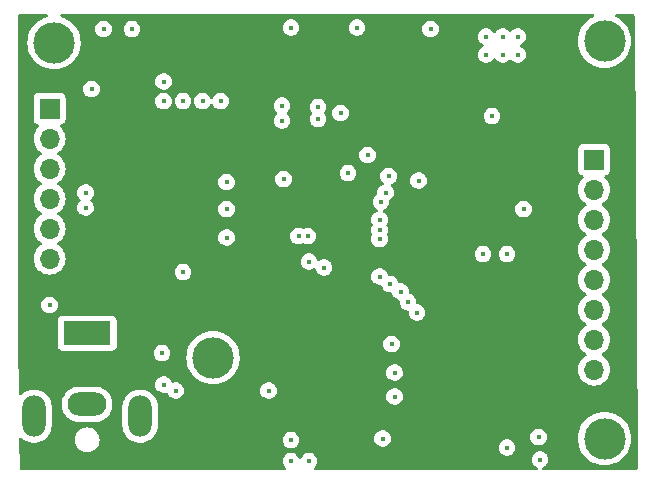
<source format=gbr>
%TF.GenerationSoftware,KiCad,Pcbnew,7.0.11-7.0.11~ubuntu22.04.1*%
%TF.CreationDate,2025-04-19T23:19:54+01:00*%
%TF.ProjectId,Mixed_Signal_Design,4d697865-645f-4536-9967-6e616c5f4465,rev?*%
%TF.SameCoordinates,Original*%
%TF.FileFunction,Copper,L3,Inr*%
%TF.FilePolarity,Positive*%
%FSLAX46Y46*%
G04 Gerber Fmt 4.6, Leading zero omitted, Abs format (unit mm)*
G04 Created by KiCad (PCBNEW 7.0.11-7.0.11~ubuntu22.04.1) date 2025-04-19 23:19:54*
%MOMM*%
%LPD*%
G01*
G04 APERTURE LIST*
%TA.AperFunction,ComponentPad*%
%ADD10R,1.700000X1.700000*%
%TD*%
%TA.AperFunction,ComponentPad*%
%ADD11O,1.700000X1.700000*%
%TD*%
%TA.AperFunction,ComponentPad*%
%ADD12C,3.500000*%
%TD*%
%TA.AperFunction,ComponentPad*%
%ADD13R,4.000000X2.000000*%
%TD*%
%TA.AperFunction,ComponentPad*%
%ADD14O,3.300000X2.000000*%
%TD*%
%TA.AperFunction,ComponentPad*%
%ADD15O,2.000000X3.500000*%
%TD*%
%TA.AperFunction,ViaPad*%
%ADD16C,0.400000*%
%TD*%
G04 APERTURE END LIST*
D10*
%TO.N,ADC1*%
%TO.C,J4*%
X164846000Y-99695000D03*
D11*
%TO.N,ADC2*%
X164846000Y-102235000D03*
%TO.N,PC0*%
X164846000Y-104775000D03*
%TO.N,PC1*%
X164846000Y-107315000D03*
%TO.N,PC2*%
X164846000Y-109855000D03*
%TO.N,PC3*%
X164846000Y-112395000D03*
%TO.N,PC4*%
X164846000Y-114935000D03*
%TO.N,PC5*%
X164846000Y-117475000D03*
%TD*%
D12*
%TO.N,GNDD*%
%TO.C,H1*%
X165735000Y-123317000D03*
%TD*%
D10*
%TO.N,PB4*%
%TO.C,J2*%
X118745000Y-95377000D03*
D11*
%TO.N,+3V3D*%
X118745000Y-97917000D03*
%TO.N,PB5*%
X118745000Y-100457000D03*
%TO.N,PB3*%
X118745000Y-102997000D03*
%TO.N,RST*%
X118745000Y-105537000D03*
%TO.N,GNDD*%
X118745000Y-108077000D03*
%TD*%
D12*
%TO.N,GNDD*%
%TO.C,H3*%
X119126000Y-89789000D03*
%TD*%
D13*
%TO.N,+9VD*%
%TO.C,J1*%
X121920000Y-114412000D03*
D14*
%TO.N,GNDD*%
X121920000Y-120412000D03*
D15*
%TO.N,N/C*%
X117420000Y-121412000D03*
X126420000Y-121412000D03*
%TD*%
D12*
%TO.N,GNDD*%
%TO.C,H4*%
X132588000Y-116459000D03*
%TD*%
%TO.N,GNDD*%
%TO.C,H2*%
X165735000Y-89662000D03*
%TD*%
D16*
%TO.N,GNDD*%
X151003000Y-88646000D03*
X139192000Y-88519000D03*
X144780000Y-88519000D03*
X122301000Y-93726000D03*
X125730000Y-88646000D03*
X123317000Y-88646000D03*
X158369000Y-90805000D03*
X157099000Y-90805000D03*
X155702000Y-90805000D03*
X158369000Y-89281000D03*
X157099000Y-89281000D03*
X155702000Y-89281000D03*
%TO.N,Net-(D2-K)*%
X130048000Y-109220000D03*
X146939000Y-123317000D03*
X141986000Y-108839000D03*
%TO.N,GNDA*%
X149987000Y-101473000D03*
X156210000Y-96012000D03*
%TO.N,+5VD*%
X136652000Y-110744000D03*
X143891000Y-125476000D03*
X136652000Y-101473000D03*
X136652000Y-103632000D03*
X143002000Y-120650000D03*
X131699000Y-107061000D03*
X153797000Y-125476000D03*
X136652000Y-105918000D03*
%TO.N,PB5*%
X144018000Y-100838000D03*
%TO.N,RST*%
X137287000Y-119253000D03*
X149860000Y-112649000D03*
%TO.N,PC0*%
X146685000Y-105664000D03*
%TO.N,PC1*%
X146685000Y-106426000D03*
%TO.N,PC2*%
X146685000Y-109601000D03*
%TO.N,PC3*%
X147574000Y-110236000D03*
%TO.N,PC4*%
X148463000Y-110871000D03*
%TO.N,PC5*%
X149098000Y-111760000D03*
%TO.N,PB3*%
X147447000Y-101092000D03*
%TO.N,PB4*%
X145669000Y-99314000D03*
%TO.N,GNDD*%
X147955000Y-119761000D03*
X140716000Y-108331000D03*
X155448000Y-107696000D03*
X129413000Y-119253000D03*
X133223000Y-94742000D03*
X118745000Y-112014000D03*
X141478000Y-95250000D03*
X147955000Y-117729000D03*
X138430000Y-96393000D03*
X138430000Y-95123000D03*
X131699000Y-94742000D03*
X140589000Y-106172000D03*
X128270000Y-116078000D03*
X141478000Y-96266000D03*
X133731000Y-101600000D03*
X157480000Y-124079000D03*
X121793000Y-103759000D03*
X139827000Y-106172000D03*
X140716000Y-125222000D03*
X133731000Y-103886000D03*
X133731000Y-106299000D03*
X143383000Y-95758000D03*
X139192000Y-123444000D03*
X121793000Y-102489000D03*
X147701000Y-115316000D03*
X160147000Y-123190000D03*
X128397000Y-94742000D03*
X139192000Y-125222000D03*
X160274000Y-125095000D03*
X128397000Y-118745000D03*
X157480000Y-107696000D03*
X130048000Y-94742000D03*
X128397000Y-93091000D03*
X138557000Y-101346000D03*
%TO.N,ADC1*%
X147193000Y-102489000D03*
%TO.N,Net-(U4-AREF)*%
X146812000Y-103251000D03*
X158877000Y-103886000D03*
%TO.N,ADC2*%
X146685000Y-104775000D03*
%TD*%
%TA.AperFunction,Conductor*%
%TO.N,+5VD*%
G36*
X118549131Y-87395685D02*
G01*
X118594886Y-87448489D01*
X118604830Y-87517647D01*
X118575805Y-87581203D01*
X118521951Y-87617419D01*
X118262919Y-87705349D01*
X117998334Y-87835828D01*
X117753041Y-87999728D01*
X117531241Y-88194241D01*
X117336728Y-88416041D01*
X117172828Y-88661334D01*
X117042349Y-88925919D01*
X116947521Y-89205269D01*
X116947518Y-89205283D01*
X116889968Y-89494609D01*
X116889964Y-89494636D01*
X116870671Y-89788992D01*
X116870671Y-89789007D01*
X116889964Y-90083363D01*
X116889965Y-90083373D01*
X116889966Y-90083380D01*
X116922257Y-90245722D01*
X116947518Y-90372716D01*
X116947521Y-90372730D01*
X117042349Y-90652080D01*
X117172825Y-90916660D01*
X117172829Y-90916667D01*
X117336725Y-91161955D01*
X117531241Y-91383758D01*
X117753043Y-91578273D01*
X117998335Y-91742172D01*
X118262923Y-91872652D01*
X118542278Y-91967481D01*
X118831620Y-92025034D01*
X118859888Y-92026886D01*
X119125993Y-92044329D01*
X119126000Y-92044329D01*
X119126007Y-92044329D01*
X119361675Y-92028881D01*
X119420380Y-92025034D01*
X119709722Y-91967481D01*
X119989077Y-91872652D01*
X120253665Y-91742172D01*
X120498957Y-91578273D01*
X120720758Y-91383758D01*
X120915273Y-91161957D01*
X121079172Y-90916665D01*
X121134239Y-90805000D01*
X154996355Y-90805000D01*
X155016859Y-90973869D01*
X155016860Y-90973874D01*
X155077182Y-91132931D01*
X155097218Y-91161957D01*
X155173817Y-91272929D01*
X155279505Y-91366560D01*
X155301150Y-91385736D01*
X155451773Y-91464789D01*
X155451775Y-91464790D01*
X155616944Y-91505500D01*
X155787056Y-91505500D01*
X155952225Y-91464790D01*
X156031692Y-91423081D01*
X156102849Y-91385736D01*
X156102850Y-91385734D01*
X156102852Y-91385734D01*
X156230183Y-91272929D01*
X156298451Y-91174025D01*
X156352733Y-91130037D01*
X156422181Y-91122377D01*
X156484746Y-91153480D01*
X156502547Y-91174023D01*
X156530398Y-91214372D01*
X156570816Y-91272928D01*
X156698150Y-91385736D01*
X156848773Y-91464789D01*
X156848775Y-91464790D01*
X157013944Y-91505500D01*
X157184056Y-91505500D01*
X157349225Y-91464790D01*
X157428692Y-91423081D01*
X157499849Y-91385736D01*
X157499850Y-91385734D01*
X157499852Y-91385734D01*
X157627183Y-91272929D01*
X157631950Y-91266021D01*
X157686230Y-91222033D01*
X157755678Y-91214372D01*
X157818244Y-91245473D01*
X157836046Y-91266017D01*
X157840817Y-91272929D01*
X157942072Y-91362633D01*
X157968150Y-91385736D01*
X158118773Y-91464789D01*
X158118775Y-91464790D01*
X158283944Y-91505500D01*
X158454056Y-91505500D01*
X158619225Y-91464790D01*
X158698692Y-91423081D01*
X158769849Y-91385736D01*
X158769850Y-91385734D01*
X158769852Y-91385734D01*
X158897183Y-91272929D01*
X158993818Y-91132930D01*
X159054140Y-90973872D01*
X159074645Y-90805000D01*
X159054140Y-90636128D01*
X158993818Y-90477070D01*
X158897183Y-90337071D01*
X158769852Y-90224266D01*
X158769850Y-90224265D01*
X158769849Y-90224264D01*
X158633679Y-90152796D01*
X158583467Y-90104212D01*
X158567492Y-90036193D01*
X158590827Y-89970335D01*
X158633679Y-89933204D01*
X158658195Y-89920336D01*
X158769852Y-89861734D01*
X158897183Y-89748929D01*
X158993818Y-89608930D01*
X159054140Y-89449872D01*
X159074645Y-89281000D01*
X159054140Y-89112128D01*
X159049440Y-89099736D01*
X158993817Y-88953068D01*
X158959476Y-88903318D01*
X158897183Y-88813071D01*
X158769852Y-88700266D01*
X158769849Y-88700263D01*
X158619226Y-88621210D01*
X158454056Y-88580500D01*
X158283944Y-88580500D01*
X158118773Y-88621210D01*
X157968150Y-88700263D01*
X157840815Y-88813072D01*
X157836049Y-88819978D01*
X157781766Y-88863968D01*
X157712317Y-88871627D01*
X157649753Y-88840523D01*
X157631951Y-88819978D01*
X157627184Y-88813072D01*
X157499849Y-88700263D01*
X157349226Y-88621210D01*
X157184056Y-88580500D01*
X157013944Y-88580500D01*
X156848773Y-88621210D01*
X156698150Y-88700263D01*
X156570816Y-88813072D01*
X156502550Y-88911972D01*
X156448267Y-88955963D01*
X156378818Y-88963622D01*
X156316253Y-88932518D01*
X156298450Y-88911972D01*
X156290028Y-88899772D01*
X156230183Y-88813071D01*
X156102852Y-88700266D01*
X156102849Y-88700263D01*
X155952226Y-88621210D01*
X155787056Y-88580500D01*
X155616944Y-88580500D01*
X155451773Y-88621210D01*
X155301150Y-88700263D01*
X155173816Y-88813072D01*
X155077182Y-88953068D01*
X155016860Y-89112125D01*
X155016859Y-89112130D01*
X154996355Y-89281000D01*
X155016859Y-89449869D01*
X155016860Y-89449874D01*
X155077182Y-89608931D01*
X155133398Y-89690372D01*
X155173817Y-89748929D01*
X155279505Y-89842560D01*
X155301150Y-89861736D01*
X155437320Y-89933204D01*
X155487533Y-89981789D01*
X155503507Y-90049808D01*
X155480172Y-90115665D01*
X155437320Y-90152796D01*
X155301150Y-90224263D01*
X155173816Y-90337072D01*
X155077182Y-90477068D01*
X155016860Y-90636125D01*
X155016859Y-90636130D01*
X154996355Y-90805000D01*
X121134239Y-90805000D01*
X121209652Y-90652077D01*
X121304481Y-90372722D01*
X121362034Y-90083380D01*
X121368712Y-89981500D01*
X121381329Y-89789007D01*
X121381329Y-89788992D01*
X121362035Y-89494636D01*
X121362034Y-89494620D01*
X121304481Y-89205278D01*
X121209652Y-88925923D01*
X121079172Y-88661336D01*
X121068925Y-88646000D01*
X122611355Y-88646000D01*
X122631859Y-88814869D01*
X122631860Y-88814874D01*
X122692182Y-88973931D01*
X122754475Y-89064177D01*
X122788817Y-89113929D01*
X122891919Y-89205269D01*
X122916150Y-89226736D01*
X123066773Y-89305789D01*
X123066775Y-89305790D01*
X123231944Y-89346500D01*
X123402056Y-89346500D01*
X123567225Y-89305790D01*
X123646692Y-89264081D01*
X123717849Y-89226736D01*
X123717850Y-89226734D01*
X123717852Y-89226734D01*
X123845183Y-89113929D01*
X123941818Y-88973930D01*
X124002140Y-88814872D01*
X124022645Y-88646000D01*
X125024355Y-88646000D01*
X125044859Y-88814869D01*
X125044860Y-88814874D01*
X125105182Y-88973931D01*
X125167475Y-89064177D01*
X125201817Y-89113929D01*
X125304919Y-89205269D01*
X125329150Y-89226736D01*
X125479773Y-89305789D01*
X125479775Y-89305790D01*
X125644944Y-89346500D01*
X125815056Y-89346500D01*
X125980225Y-89305790D01*
X126059692Y-89264081D01*
X126130849Y-89226736D01*
X126130850Y-89226734D01*
X126130852Y-89226734D01*
X126258183Y-89113929D01*
X126354818Y-88973930D01*
X126415140Y-88814872D01*
X126435645Y-88646000D01*
X126420224Y-88519000D01*
X138486355Y-88519000D01*
X138506859Y-88687869D01*
X138506860Y-88687874D01*
X138567182Y-88846931D01*
X138621707Y-88925923D01*
X138663817Y-88986929D01*
X138766919Y-89078269D01*
X138791150Y-89099736D01*
X138941773Y-89178789D01*
X138941775Y-89178790D01*
X139106944Y-89219500D01*
X139277056Y-89219500D01*
X139442225Y-89178790D01*
X139569234Y-89112130D01*
X139592849Y-89099736D01*
X139592850Y-89099734D01*
X139592852Y-89099734D01*
X139720183Y-88986929D01*
X139816818Y-88846930D01*
X139877140Y-88687872D01*
X139897645Y-88519000D01*
X144074355Y-88519000D01*
X144094859Y-88687869D01*
X144094860Y-88687874D01*
X144155182Y-88846931D01*
X144209707Y-88925923D01*
X144251817Y-88986929D01*
X144354919Y-89078269D01*
X144379150Y-89099736D01*
X144529773Y-89178789D01*
X144529775Y-89178790D01*
X144694944Y-89219500D01*
X144865056Y-89219500D01*
X145030225Y-89178790D01*
X145157234Y-89112130D01*
X145180849Y-89099736D01*
X145180850Y-89099734D01*
X145180852Y-89099734D01*
X145308183Y-88986929D01*
X145404818Y-88846930D01*
X145465140Y-88687872D01*
X145470224Y-88646000D01*
X150297355Y-88646000D01*
X150317859Y-88814869D01*
X150317860Y-88814874D01*
X150378182Y-88973931D01*
X150440475Y-89064177D01*
X150474817Y-89113929D01*
X150577919Y-89205269D01*
X150602150Y-89226736D01*
X150752773Y-89305789D01*
X150752775Y-89305790D01*
X150917944Y-89346500D01*
X151088056Y-89346500D01*
X151253225Y-89305790D01*
X151332692Y-89264081D01*
X151403849Y-89226736D01*
X151403850Y-89226734D01*
X151403852Y-89226734D01*
X151531183Y-89113929D01*
X151627818Y-88973930D01*
X151688140Y-88814872D01*
X151708645Y-88646000D01*
X151688140Y-88477128D01*
X151627818Y-88318070D01*
X151531183Y-88178071D01*
X151436316Y-88094026D01*
X151403849Y-88065263D01*
X151253226Y-87986210D01*
X151088056Y-87945500D01*
X150917944Y-87945500D01*
X150752773Y-87986210D01*
X150602150Y-88065263D01*
X150474816Y-88178072D01*
X150378182Y-88318068D01*
X150317860Y-88477125D01*
X150317859Y-88477130D01*
X150297355Y-88646000D01*
X145470224Y-88646000D01*
X145485645Y-88519000D01*
X145465140Y-88350128D01*
X145404818Y-88191070D01*
X145395845Y-88178071D01*
X145317979Y-88065263D01*
X145308183Y-88051071D01*
X145180852Y-87938266D01*
X145180849Y-87938263D01*
X145030226Y-87859210D01*
X144865056Y-87818500D01*
X144694944Y-87818500D01*
X144529773Y-87859210D01*
X144379150Y-87938263D01*
X144251816Y-88051072D01*
X144155182Y-88191068D01*
X144094860Y-88350125D01*
X144094859Y-88350130D01*
X144074355Y-88519000D01*
X139897645Y-88519000D01*
X139877140Y-88350128D01*
X139816818Y-88191070D01*
X139807845Y-88178071D01*
X139729979Y-88065263D01*
X139720183Y-88051071D01*
X139592852Y-87938266D01*
X139592849Y-87938263D01*
X139442226Y-87859210D01*
X139277056Y-87818500D01*
X139106944Y-87818500D01*
X138941773Y-87859210D01*
X138791150Y-87938263D01*
X138663816Y-88051072D01*
X138567182Y-88191068D01*
X138506860Y-88350125D01*
X138506859Y-88350130D01*
X138486355Y-88519000D01*
X126420224Y-88519000D01*
X126415140Y-88477128D01*
X126354818Y-88318070D01*
X126258183Y-88178071D01*
X126163316Y-88094026D01*
X126130849Y-88065263D01*
X125980226Y-87986210D01*
X125815056Y-87945500D01*
X125644944Y-87945500D01*
X125479773Y-87986210D01*
X125329150Y-88065263D01*
X125201816Y-88178072D01*
X125105182Y-88318068D01*
X125044860Y-88477125D01*
X125044859Y-88477130D01*
X125024355Y-88646000D01*
X124022645Y-88646000D01*
X124002140Y-88477128D01*
X123941818Y-88318070D01*
X123845183Y-88178071D01*
X123750316Y-88094026D01*
X123717849Y-88065263D01*
X123567226Y-87986210D01*
X123402056Y-87945500D01*
X123231944Y-87945500D01*
X123066773Y-87986210D01*
X122916150Y-88065263D01*
X122788816Y-88178072D01*
X122692182Y-88318068D01*
X122631860Y-88477125D01*
X122631859Y-88477130D01*
X122611355Y-88646000D01*
X121068925Y-88646000D01*
X120915273Y-88416043D01*
X120803895Y-88289041D01*
X120720758Y-88194241D01*
X120498955Y-87999725D01*
X120253667Y-87835829D01*
X120253660Y-87835825D01*
X119989080Y-87705349D01*
X119730049Y-87617419D01*
X119672895Y-87577230D01*
X119646542Y-87512521D01*
X119659356Y-87443836D01*
X119707271Y-87392983D01*
X119769908Y-87376000D01*
X164750437Y-87376000D01*
X164817476Y-87395685D01*
X164863231Y-87448489D01*
X164873175Y-87517647D01*
X164844150Y-87581203D01*
X164805281Y-87611212D01*
X164607334Y-87708828D01*
X164362041Y-87872728D01*
X164140241Y-88067241D01*
X163945728Y-88289041D01*
X163781828Y-88534334D01*
X163651349Y-88798919D01*
X163556521Y-89078269D01*
X163556518Y-89078283D01*
X163498968Y-89367609D01*
X163498964Y-89367636D01*
X163479671Y-89661992D01*
X163479671Y-89662007D01*
X163498964Y-89956363D01*
X163498965Y-89956373D01*
X163498966Y-89956380D01*
X163498968Y-89956390D01*
X163556518Y-90245716D01*
X163556521Y-90245730D01*
X163651349Y-90525080D01*
X163781825Y-90789660D01*
X163781829Y-90789667D01*
X163945725Y-91034955D01*
X164140241Y-91256758D01*
X164362044Y-91451274D01*
X164443199Y-91505500D01*
X164607335Y-91615172D01*
X164871923Y-91745652D01*
X165151278Y-91840481D01*
X165440620Y-91898034D01*
X165468888Y-91899886D01*
X165734993Y-91917329D01*
X165735000Y-91917329D01*
X165735007Y-91917329D01*
X165970675Y-91901881D01*
X166029380Y-91898034D01*
X166318722Y-91840481D01*
X166598077Y-91745652D01*
X166862665Y-91615172D01*
X167107957Y-91451273D01*
X167329758Y-91256758D01*
X167524273Y-91034957D01*
X167688172Y-90789665D01*
X167818652Y-90525077D01*
X167913481Y-90245722D01*
X167971034Y-89956380D01*
X167977237Y-89861736D01*
X167990329Y-89662007D01*
X167990329Y-89661992D01*
X167971035Y-89367636D01*
X167971034Y-89367620D01*
X167913481Y-89078278D01*
X167818652Y-88798923D01*
X167688172Y-88534336D01*
X167524273Y-88289043D01*
X167481655Y-88240447D01*
X167329758Y-88067241D01*
X167107955Y-87872725D01*
X166862667Y-87708829D01*
X166862660Y-87708825D01*
X166664720Y-87611212D01*
X166613301Y-87563907D01*
X166595619Y-87496311D01*
X166617289Y-87429887D01*
X166671431Y-87385723D01*
X166719564Y-87376000D01*
X168151813Y-87376000D01*
X168218852Y-87395685D01*
X168264607Y-87448489D01*
X168275810Y-87499184D01*
X168440913Y-112594736D01*
X168525409Y-125438221D01*
X168528179Y-125859184D01*
X168508936Y-125926352D01*
X168456434Y-125972453D01*
X168404182Y-125984000D01*
X160590590Y-125984000D01*
X160523551Y-125964315D01*
X160477796Y-125911511D01*
X160467852Y-125842353D01*
X160496877Y-125778797D01*
X160532964Y-125750204D01*
X160674849Y-125675736D01*
X160674850Y-125675734D01*
X160674852Y-125675734D01*
X160802183Y-125562929D01*
X160898818Y-125422930D01*
X160959140Y-125263872D01*
X160979645Y-125095000D01*
X160959140Y-124926128D01*
X160898818Y-124767070D01*
X160889845Y-124754071D01*
X160824730Y-124659736D01*
X160802183Y-124627071D01*
X160674852Y-124514266D01*
X160674849Y-124514263D01*
X160524226Y-124435210D01*
X160359056Y-124394500D01*
X160188944Y-124394500D01*
X160023773Y-124435210D01*
X159873150Y-124514263D01*
X159745816Y-124627072D01*
X159649182Y-124767068D01*
X159588860Y-124926125D01*
X159588859Y-124926130D01*
X159568355Y-125095000D01*
X159588859Y-125263869D01*
X159588860Y-125263874D01*
X159649182Y-125422931D01*
X159699261Y-125495481D01*
X159745817Y-125562929D01*
X159851505Y-125656560D01*
X159873150Y-125675736D01*
X160015036Y-125750204D01*
X160065249Y-125798789D01*
X160081223Y-125866808D01*
X160057888Y-125932665D01*
X160002651Y-125975452D01*
X159957410Y-125984000D01*
X141239206Y-125984000D01*
X141172167Y-125964315D01*
X141126412Y-125911511D01*
X141116468Y-125842353D01*
X141145493Y-125778797D01*
X141156973Y-125767189D01*
X141244183Y-125689929D01*
X141340818Y-125549930D01*
X141401140Y-125390872D01*
X141421645Y-125222000D01*
X141401140Y-125053128D01*
X141340818Y-124894070D01*
X141244183Y-124754071D01*
X141149316Y-124670026D01*
X141116849Y-124641263D01*
X140966226Y-124562210D01*
X140801056Y-124521500D01*
X140630944Y-124521500D01*
X140465773Y-124562210D01*
X140315150Y-124641263D01*
X140187816Y-124754072D01*
X140091182Y-124894068D01*
X140091182Y-124894069D01*
X140069942Y-124950076D01*
X140027764Y-125005779D01*
X139962167Y-125029836D01*
X139893976Y-125014609D01*
X139844843Y-124964933D01*
X139838058Y-124950076D01*
X139816818Y-124894070D01*
X139720183Y-124754071D01*
X139625316Y-124670026D01*
X139592849Y-124641263D01*
X139442226Y-124562210D01*
X139277056Y-124521500D01*
X139106944Y-124521500D01*
X138941773Y-124562210D01*
X138791150Y-124641263D01*
X138663816Y-124754072D01*
X138567182Y-124894068D01*
X138506860Y-125053125D01*
X138506859Y-125053130D01*
X138486355Y-125222000D01*
X138506859Y-125390869D01*
X138506860Y-125390874D01*
X138567182Y-125549931D01*
X138582643Y-125572329D01*
X138663817Y-125689929D01*
X138751022Y-125767185D01*
X138788148Y-125826374D01*
X138787380Y-125896239D01*
X138748963Y-125954599D01*
X138685092Y-125982924D01*
X138668794Y-125984000D01*
X116327782Y-125984000D01*
X116260743Y-125964315D01*
X116214988Y-125911511D01*
X116203788Y-125861224D01*
X116202860Y-125767184D01*
X116178990Y-123348378D01*
X116198012Y-123281150D01*
X116250362Y-123234876D01*
X116319419Y-123224251D01*
X116383258Y-123252647D01*
X116394213Y-123263174D01*
X116400256Y-123269738D01*
X116596491Y-123422474D01*
X116815190Y-123540828D01*
X117050386Y-123621571D01*
X117295665Y-123662500D01*
X117544335Y-123662500D01*
X117789614Y-123621571D01*
X118024810Y-123540828D01*
X118243509Y-123422474D01*
X118256966Y-123412000D01*
X120864417Y-123412000D01*
X120884699Y-123617932D01*
X120896832Y-123657929D01*
X120944768Y-123815954D01*
X121042315Y-123998450D01*
X121042317Y-123998452D01*
X121173589Y-124158410D01*
X121270209Y-124237702D01*
X121333550Y-124289685D01*
X121516046Y-124387232D01*
X121714066Y-124447300D01*
X121714065Y-124447300D01*
X121752647Y-124451100D01*
X121868392Y-124462500D01*
X121868395Y-124462500D01*
X121971605Y-124462500D01*
X121971608Y-124462500D01*
X122125934Y-124447300D01*
X122323954Y-124387232D01*
X122506450Y-124289685D01*
X122666410Y-124158410D01*
X122797685Y-123998450D01*
X122895232Y-123815954D01*
X122955300Y-123617934D01*
X122975583Y-123412000D01*
X122955300Y-123206066D01*
X122895232Y-123008046D01*
X122797685Y-122825550D01*
X122724412Y-122736266D01*
X122666410Y-122665589D01*
X122506452Y-122534317D01*
X122506453Y-122534317D01*
X122506450Y-122534315D01*
X122323954Y-122436768D01*
X122125934Y-122376700D01*
X122125932Y-122376699D01*
X122125934Y-122376699D01*
X122006805Y-122364966D01*
X121971608Y-122361500D01*
X121868392Y-122361500D01*
X121830298Y-122365251D01*
X121714067Y-122376699D01*
X121516043Y-122436769D01*
X121417392Y-122489500D01*
X121333550Y-122534315D01*
X121333548Y-122534316D01*
X121333547Y-122534317D01*
X121173589Y-122665589D01*
X121046158Y-122820867D01*
X121042315Y-122825550D01*
X121022157Y-122863263D01*
X120944769Y-123008043D01*
X120884699Y-123206067D01*
X120864417Y-123412000D01*
X118256966Y-123412000D01*
X118439744Y-123269738D01*
X118608164Y-123086785D01*
X118744173Y-122878607D01*
X118844063Y-122650881D01*
X118905108Y-122409821D01*
X118907853Y-122376700D01*
X118920499Y-122224077D01*
X124919500Y-122224077D01*
X124934890Y-122409813D01*
X124934892Y-122409824D01*
X124995936Y-122650881D01*
X125095826Y-122878606D01*
X125231833Y-123086782D01*
X125231836Y-123086785D01*
X125400256Y-123269738D01*
X125596491Y-123422474D01*
X125815190Y-123540828D01*
X126050386Y-123621571D01*
X126295665Y-123662500D01*
X126544335Y-123662500D01*
X126789614Y-123621571D01*
X127024810Y-123540828D01*
X127203732Y-123444000D01*
X138486355Y-123444000D01*
X138506859Y-123612869D01*
X138506860Y-123612874D01*
X138567182Y-123771931D01*
X138620925Y-123849790D01*
X138663817Y-123911929D01*
X138761479Y-123998450D01*
X138791150Y-124024736D01*
X138941773Y-124103789D01*
X138941775Y-124103790D01*
X139106944Y-124144500D01*
X139277056Y-124144500D01*
X139442225Y-124103790D01*
X139489457Y-124079000D01*
X156774355Y-124079000D01*
X156794859Y-124247869D01*
X156794860Y-124247874D01*
X156855182Y-124406931D01*
X156893539Y-124462500D01*
X156951817Y-124546929D01*
X157042279Y-124627071D01*
X157079150Y-124659736D01*
X157229773Y-124738789D01*
X157229775Y-124738790D01*
X157394944Y-124779500D01*
X157565056Y-124779500D01*
X157730225Y-124738790D01*
X157823271Y-124689955D01*
X157880849Y-124659736D01*
X157880850Y-124659734D01*
X157880852Y-124659734D01*
X158008183Y-124546929D01*
X158104818Y-124406930D01*
X158165140Y-124247872D01*
X158185645Y-124079000D01*
X158165140Y-123910128D01*
X158160440Y-123897736D01*
X158104817Y-123751068D01*
X158040527Y-123657929D01*
X158008183Y-123611071D01*
X157880852Y-123498266D01*
X157880849Y-123498263D01*
X157730226Y-123419210D01*
X157565056Y-123378500D01*
X157394944Y-123378500D01*
X157229773Y-123419210D01*
X157079150Y-123498263D01*
X156951816Y-123611072D01*
X156855182Y-123751068D01*
X156794860Y-123910125D01*
X156794859Y-123910130D01*
X156774355Y-124079000D01*
X139489457Y-124079000D01*
X139521692Y-124062081D01*
X139592849Y-124024736D01*
X139592850Y-124024734D01*
X139592852Y-124024734D01*
X139720183Y-123911929D01*
X139816818Y-123771930D01*
X139877140Y-123612872D01*
X139897645Y-123444000D01*
X139882224Y-123317000D01*
X146233355Y-123317000D01*
X146253859Y-123485869D01*
X146253860Y-123485874D01*
X146314182Y-123644931D01*
X146376475Y-123735177D01*
X146410817Y-123784929D01*
X146516505Y-123878560D01*
X146538150Y-123897736D01*
X146688773Y-123976789D01*
X146688775Y-123976790D01*
X146853944Y-124017500D01*
X147024056Y-124017500D01*
X147189225Y-123976790D01*
X147316234Y-123910130D01*
X147339849Y-123897736D01*
X147339850Y-123897734D01*
X147339852Y-123897734D01*
X147467183Y-123784929D01*
X147563818Y-123644930D01*
X147624140Y-123485872D01*
X147644645Y-123317000D01*
X147629224Y-123190000D01*
X159441355Y-123190000D01*
X159461859Y-123358869D01*
X159461860Y-123358874D01*
X159522182Y-123517931D01*
X159584475Y-123608177D01*
X159618817Y-123657929D01*
X159723950Y-123751068D01*
X159746150Y-123770736D01*
X159832310Y-123815956D01*
X159896775Y-123849790D01*
X160061944Y-123890500D01*
X160232056Y-123890500D01*
X160397225Y-123849790D01*
X160520810Y-123784927D01*
X160547849Y-123770736D01*
X160547850Y-123770734D01*
X160547852Y-123770734D01*
X160675183Y-123657929D01*
X160771818Y-123517930D01*
X160832140Y-123358872D01*
X160837223Y-123317007D01*
X163479671Y-123317007D01*
X163498964Y-123611363D01*
X163498965Y-123611373D01*
X163498966Y-123611380D01*
X163530663Y-123770736D01*
X163556518Y-123900716D01*
X163556521Y-123900730D01*
X163651349Y-124180080D01*
X163781825Y-124444660D01*
X163781829Y-124444667D01*
X163945725Y-124689955D01*
X164140241Y-124911758D01*
X164362044Y-125106274D01*
X164597902Y-125263869D01*
X164607335Y-125270172D01*
X164871923Y-125400652D01*
X165151278Y-125495481D01*
X165440620Y-125553034D01*
X165468888Y-125554886D01*
X165734993Y-125572329D01*
X165735000Y-125572329D01*
X165735007Y-125572329D01*
X165970675Y-125556881D01*
X166029380Y-125553034D01*
X166318722Y-125495481D01*
X166598077Y-125400652D01*
X166862665Y-125270172D01*
X167107957Y-125106273D01*
X167329758Y-124911758D01*
X167524273Y-124689957D01*
X167688172Y-124444665D01*
X167818652Y-124180077D01*
X167913481Y-123900722D01*
X167971034Y-123611380D01*
X167983630Y-123419210D01*
X167990329Y-123317007D01*
X167990329Y-123316992D01*
X167971035Y-123022636D01*
X167971034Y-123022620D01*
X167913481Y-122733278D01*
X167818652Y-122453923D01*
X167688172Y-122189336D01*
X167524273Y-121944043D01*
X167429577Y-121836063D01*
X167329758Y-121722241D01*
X167107955Y-121527725D01*
X166862667Y-121363829D01*
X166862660Y-121363825D01*
X166598080Y-121233349D01*
X166318730Y-121138521D01*
X166318724Y-121138519D01*
X166318722Y-121138519D01*
X166029380Y-121080966D01*
X166029373Y-121080965D01*
X166029363Y-121080964D01*
X165735007Y-121061671D01*
X165734993Y-121061671D01*
X165440636Y-121080964D01*
X165440624Y-121080965D01*
X165440620Y-121080966D01*
X165440612Y-121080967D01*
X165440609Y-121080968D01*
X165151283Y-121138518D01*
X165151269Y-121138521D01*
X164871919Y-121233349D01*
X164607334Y-121363828D01*
X164362041Y-121527728D01*
X164140241Y-121722241D01*
X163945728Y-121944041D01*
X163781828Y-122189334D01*
X163651349Y-122453919D01*
X163556521Y-122733269D01*
X163556518Y-122733283D01*
X163498968Y-123022609D01*
X163498964Y-123022636D01*
X163479671Y-123316992D01*
X163479671Y-123317007D01*
X160837223Y-123317007D01*
X160852645Y-123190000D01*
X160832140Y-123021128D01*
X160771818Y-122862070D01*
X160762845Y-122849071D01*
X160682922Y-122733283D01*
X160675183Y-122722071D01*
X160547852Y-122609266D01*
X160547849Y-122609263D01*
X160397226Y-122530210D01*
X160232056Y-122489500D01*
X160061944Y-122489500D01*
X159896773Y-122530210D01*
X159746150Y-122609263D01*
X159618816Y-122722072D01*
X159522182Y-122862068D01*
X159461860Y-123021125D01*
X159461859Y-123021130D01*
X159441355Y-123190000D01*
X147629224Y-123190000D01*
X147624140Y-123148128D01*
X147563818Y-122989070D01*
X147554845Y-122976071D01*
X147487570Y-122878607D01*
X147467183Y-122849071D01*
X147339852Y-122736266D01*
X147339849Y-122736263D01*
X147189226Y-122657210D01*
X147024056Y-122616500D01*
X146853944Y-122616500D01*
X146688773Y-122657210D01*
X146538150Y-122736263D01*
X146410816Y-122849072D01*
X146314182Y-122989068D01*
X146253860Y-123148125D01*
X146253859Y-123148130D01*
X146233355Y-123317000D01*
X139882224Y-123317000D01*
X139877140Y-123275128D01*
X139875095Y-123269737D01*
X139844856Y-123190000D01*
X139816818Y-123116070D01*
X139720183Y-122976071D01*
X139625316Y-122892026D01*
X139592849Y-122863263D01*
X139442226Y-122784210D01*
X139277056Y-122743500D01*
X139106944Y-122743500D01*
X138941773Y-122784210D01*
X138791150Y-122863263D01*
X138663816Y-122976072D01*
X138567182Y-123116068D01*
X138506860Y-123275125D01*
X138506859Y-123275130D01*
X138486355Y-123444000D01*
X127203732Y-123444000D01*
X127243509Y-123422474D01*
X127439744Y-123269738D01*
X127608164Y-123086785D01*
X127744173Y-122878607D01*
X127844063Y-122650881D01*
X127905108Y-122409821D01*
X127907853Y-122376700D01*
X127920499Y-122224077D01*
X127920500Y-122224063D01*
X127920500Y-120599937D01*
X127920499Y-120599922D01*
X127905109Y-120414186D01*
X127905107Y-120414175D01*
X127844063Y-120173118D01*
X127744173Y-119945393D01*
X127608166Y-119737217D01*
X127586557Y-119713744D01*
X127439744Y-119554262D01*
X127243509Y-119401526D01*
X127243507Y-119401525D01*
X127243506Y-119401524D01*
X127024811Y-119283172D01*
X127024802Y-119283169D01*
X126789616Y-119202429D01*
X126544335Y-119161500D01*
X126295665Y-119161500D01*
X126050383Y-119202429D01*
X125815197Y-119283169D01*
X125815188Y-119283172D01*
X125596493Y-119401524D01*
X125400257Y-119554261D01*
X125231833Y-119737217D01*
X125095826Y-119945393D01*
X124995936Y-120173118D01*
X124934892Y-120414175D01*
X124934890Y-120414186D01*
X124919500Y-120599922D01*
X124919500Y-122224077D01*
X118920499Y-122224077D01*
X118920500Y-122224063D01*
X118920500Y-120599937D01*
X118920499Y-120599922D01*
X118915230Y-120536334D01*
X119769500Y-120536334D01*
X119810429Y-120781616D01*
X119891169Y-121016802D01*
X119891172Y-121016811D01*
X120008357Y-121233349D01*
X120009526Y-121235509D01*
X120162262Y-121431744D01*
X120321744Y-121578557D01*
X120345217Y-121600166D01*
X120553393Y-121736173D01*
X120781118Y-121836063D01*
X121022175Y-121897107D01*
X121022179Y-121897108D01*
X121022181Y-121897108D01*
X121022186Y-121897109D01*
X121175589Y-121909819D01*
X121207933Y-121912500D01*
X121207937Y-121912500D01*
X122632063Y-121912500D01*
X122632067Y-121912500D01*
X122694677Y-121907311D01*
X122817813Y-121897109D01*
X122817816Y-121897108D01*
X122817821Y-121897108D01*
X123058881Y-121836063D01*
X123286607Y-121736173D01*
X123494785Y-121600164D01*
X123677738Y-121431744D01*
X123830474Y-121235509D01*
X123948828Y-121016810D01*
X124029571Y-120781614D01*
X124070500Y-120536335D01*
X124070500Y-120287665D01*
X124029571Y-120042386D01*
X123948828Y-119807190D01*
X123910960Y-119737217D01*
X123837718Y-119601876D01*
X123830474Y-119588491D01*
X123677738Y-119392256D01*
X123494785Y-119223836D01*
X123494782Y-119223833D01*
X123286606Y-119087826D01*
X123058881Y-118987936D01*
X122817824Y-118926892D01*
X122817813Y-118926890D01*
X122632077Y-118911500D01*
X122632067Y-118911500D01*
X121207933Y-118911500D01*
X121207922Y-118911500D01*
X121022186Y-118926890D01*
X121022175Y-118926892D01*
X120781118Y-118987936D01*
X120553393Y-119087826D01*
X120345217Y-119223833D01*
X120162261Y-119392257D01*
X120009524Y-119588493D01*
X119891172Y-119807188D01*
X119891169Y-119807197D01*
X119810429Y-120042383D01*
X119769500Y-120287665D01*
X119769500Y-120536334D01*
X118915230Y-120536334D01*
X118905109Y-120414186D01*
X118905107Y-120414175D01*
X118844063Y-120173118D01*
X118744173Y-119945393D01*
X118608166Y-119737217D01*
X118586557Y-119713744D01*
X118439744Y-119554262D01*
X118243509Y-119401526D01*
X118243507Y-119401525D01*
X118243506Y-119401524D01*
X118024811Y-119283172D01*
X118024802Y-119283169D01*
X117789616Y-119202429D01*
X117544335Y-119161500D01*
X117295665Y-119161500D01*
X117050383Y-119202429D01*
X116815197Y-119283169D01*
X116815188Y-119283172D01*
X116596493Y-119401524D01*
X116400256Y-119554261D01*
X116356424Y-119601876D01*
X116296537Y-119637866D01*
X116226699Y-119635765D01*
X116169083Y-119596240D01*
X116141982Y-119531841D01*
X116141201Y-119519131D01*
X116133562Y-118745000D01*
X127691355Y-118745000D01*
X127711859Y-118913869D01*
X127711860Y-118913874D01*
X127772182Y-119072931D01*
X127791702Y-119101210D01*
X127868817Y-119212929D01*
X127959279Y-119293071D01*
X127996150Y-119325736D01*
X128140552Y-119401524D01*
X128146775Y-119404790D01*
X128311944Y-119445500D01*
X128482056Y-119445500D01*
X128608380Y-119414364D01*
X128678181Y-119417433D01*
X128735243Y-119457753D01*
X128753996Y-119490789D01*
X128788182Y-119580930D01*
X128884817Y-119720929D01*
X128982184Y-119807188D01*
X129012150Y-119833736D01*
X129162773Y-119912789D01*
X129162775Y-119912790D01*
X129327944Y-119953500D01*
X129498056Y-119953500D01*
X129663225Y-119912790D01*
X129742692Y-119871081D01*
X129813849Y-119833736D01*
X129813850Y-119833734D01*
X129813852Y-119833734D01*
X129941183Y-119720929D01*
X130037818Y-119580930D01*
X130098140Y-119421872D01*
X130118645Y-119253000D01*
X136581355Y-119253000D01*
X136601859Y-119421869D01*
X136601860Y-119421874D01*
X136662182Y-119580931D01*
X136676640Y-119601876D01*
X136758817Y-119720929D01*
X136856184Y-119807188D01*
X136886150Y-119833736D01*
X137036773Y-119912789D01*
X137036775Y-119912790D01*
X137201944Y-119953500D01*
X137372056Y-119953500D01*
X137537225Y-119912790D01*
X137616692Y-119871081D01*
X137687849Y-119833736D01*
X137687850Y-119833734D01*
X137687852Y-119833734D01*
X137769952Y-119761000D01*
X147249355Y-119761000D01*
X147269859Y-119929869D01*
X147269860Y-119929874D01*
X147330182Y-120088931D01*
X147388293Y-120173118D01*
X147426817Y-120228929D01*
X147532505Y-120322560D01*
X147554150Y-120341736D01*
X147692171Y-120414175D01*
X147704775Y-120420790D01*
X147869944Y-120461500D01*
X148040056Y-120461500D01*
X148205225Y-120420790D01*
X148284692Y-120379081D01*
X148355849Y-120341736D01*
X148355850Y-120341734D01*
X148355852Y-120341734D01*
X148483183Y-120228929D01*
X148579818Y-120088930D01*
X148640140Y-119929872D01*
X148660645Y-119761000D01*
X148640140Y-119592128D01*
X148638761Y-119588493D01*
X148579817Y-119433068D01*
X148505730Y-119325736D01*
X148483183Y-119293071D01*
X148355852Y-119180266D01*
X148355849Y-119180263D01*
X148205226Y-119101210D01*
X148040056Y-119060500D01*
X147869944Y-119060500D01*
X147704773Y-119101210D01*
X147554150Y-119180263D01*
X147426816Y-119293072D01*
X147330182Y-119433068D01*
X147269860Y-119592125D01*
X147269859Y-119592130D01*
X147249355Y-119761000D01*
X137769952Y-119761000D01*
X137815183Y-119720929D01*
X137911818Y-119580930D01*
X137972140Y-119421872D01*
X137992645Y-119253000D01*
X137972140Y-119084128D01*
X137911818Y-118925070D01*
X137904086Y-118913869D01*
X137846650Y-118830659D01*
X137815183Y-118785071D01*
X137713552Y-118695034D01*
X137687849Y-118672263D01*
X137537226Y-118593210D01*
X137372056Y-118552500D01*
X137201944Y-118552500D01*
X137036773Y-118593210D01*
X136886150Y-118672263D01*
X136758816Y-118785072D01*
X136662182Y-118925068D01*
X136601860Y-119084125D01*
X136601859Y-119084130D01*
X136581355Y-119253000D01*
X130118645Y-119253000D01*
X130098140Y-119084128D01*
X130037818Y-118925070D01*
X130030086Y-118913869D01*
X129972650Y-118830659D01*
X129941183Y-118785071D01*
X129839552Y-118695034D01*
X129813849Y-118672263D01*
X129663226Y-118593210D01*
X129498056Y-118552500D01*
X129327944Y-118552500D01*
X129327942Y-118552500D01*
X129201618Y-118583635D01*
X129131816Y-118580565D01*
X129074754Y-118540245D01*
X129056002Y-118507208D01*
X129021818Y-118417071D01*
X129021817Y-118417068D01*
X128947730Y-118309736D01*
X128925183Y-118277071D01*
X128797852Y-118164266D01*
X128797849Y-118164263D01*
X128647226Y-118085210D01*
X128482056Y-118044500D01*
X128311944Y-118044500D01*
X128146773Y-118085210D01*
X127996150Y-118164263D01*
X127868816Y-118277072D01*
X127772182Y-118417068D01*
X127711860Y-118576125D01*
X127711859Y-118576130D01*
X127691355Y-118745000D01*
X116133562Y-118745000D01*
X116107243Y-116078000D01*
X127564355Y-116078000D01*
X127584859Y-116246869D01*
X127584860Y-116246874D01*
X127645182Y-116405931D01*
X127707475Y-116496177D01*
X127741817Y-116545929D01*
X127847505Y-116639560D01*
X127869150Y-116658736D01*
X128019773Y-116737789D01*
X128019775Y-116737790D01*
X128184944Y-116778500D01*
X128355056Y-116778500D01*
X128520225Y-116737790D01*
X128599692Y-116696081D01*
X128670849Y-116658736D01*
X128670850Y-116658734D01*
X128670852Y-116658734D01*
X128798183Y-116545929D01*
X128858181Y-116459007D01*
X130332671Y-116459007D01*
X130351964Y-116753363D01*
X130351965Y-116753373D01*
X130351966Y-116753380D01*
X130360676Y-116797171D01*
X130409518Y-117042716D01*
X130409521Y-117042730D01*
X130504349Y-117322080D01*
X130634825Y-117586660D01*
X130634829Y-117586667D01*
X130798725Y-117831955D01*
X130993241Y-118053758D01*
X131215044Y-118248274D01*
X131361893Y-118346395D01*
X131460335Y-118412172D01*
X131724923Y-118542652D01*
X132004278Y-118637481D01*
X132293620Y-118695034D01*
X132321888Y-118696886D01*
X132587993Y-118714329D01*
X132588000Y-118714329D01*
X132588007Y-118714329D01*
X132823675Y-118698881D01*
X132882380Y-118695034D01*
X133171722Y-118637481D01*
X133451077Y-118542652D01*
X133715665Y-118412172D01*
X133960957Y-118248273D01*
X134182758Y-118053758D01*
X134377273Y-117831957D01*
X134446067Y-117729000D01*
X147249355Y-117729000D01*
X147269859Y-117897869D01*
X147269860Y-117897874D01*
X147330182Y-118056931D01*
X147349702Y-118085210D01*
X147426817Y-118196929D01*
X147484773Y-118248273D01*
X147554150Y-118309736D01*
X147704773Y-118388789D01*
X147704775Y-118388790D01*
X147869944Y-118429500D01*
X148040056Y-118429500D01*
X148205225Y-118388790D01*
X148286001Y-118346395D01*
X148355849Y-118309736D01*
X148355850Y-118309734D01*
X148355852Y-118309734D01*
X148483183Y-118196929D01*
X148579818Y-118056930D01*
X148640140Y-117897872D01*
X148660645Y-117729000D01*
X148640140Y-117560128D01*
X148607856Y-117475000D01*
X163490341Y-117475000D01*
X163510936Y-117710403D01*
X163510938Y-117710413D01*
X163572094Y-117938655D01*
X163572096Y-117938659D01*
X163572097Y-117938663D01*
X163640433Y-118085210D01*
X163671965Y-118152830D01*
X163671967Y-118152834D01*
X163758960Y-118277072D01*
X163807505Y-118346401D01*
X163974599Y-118513495D01*
X164030304Y-118552500D01*
X164168165Y-118649032D01*
X164168167Y-118649033D01*
X164168170Y-118649035D01*
X164382337Y-118748903D01*
X164610592Y-118810063D01*
X164798918Y-118826539D01*
X164845999Y-118830659D01*
X164846000Y-118830659D01*
X164846001Y-118830659D01*
X164885234Y-118827226D01*
X165081408Y-118810063D01*
X165309663Y-118748903D01*
X165523830Y-118649035D01*
X165717401Y-118513495D01*
X165884495Y-118346401D01*
X166020035Y-118152830D01*
X166119903Y-117938663D01*
X166181063Y-117710408D01*
X166201659Y-117475000D01*
X166181063Y-117239592D01*
X166128315Y-117042730D01*
X166119905Y-117011344D01*
X166119904Y-117011343D01*
X166119903Y-117011337D01*
X166020035Y-116797171D01*
X166006962Y-116778500D01*
X165884494Y-116603597D01*
X165717402Y-116436506D01*
X165717396Y-116436501D01*
X165531842Y-116306575D01*
X165488217Y-116251998D01*
X165481023Y-116182500D01*
X165512546Y-116120145D01*
X165531842Y-116103425D01*
X165554026Y-116087891D01*
X165717401Y-115973495D01*
X165884495Y-115806401D01*
X166020035Y-115612830D01*
X166119903Y-115398663D01*
X166181063Y-115170408D01*
X166201659Y-114935000D01*
X166181063Y-114699592D01*
X166119903Y-114471337D01*
X166020035Y-114257171D01*
X165996084Y-114222964D01*
X165884494Y-114063597D01*
X165717402Y-113896506D01*
X165717396Y-113896501D01*
X165531842Y-113766575D01*
X165488217Y-113711998D01*
X165481023Y-113642500D01*
X165512546Y-113580145D01*
X165531842Y-113563425D01*
X165554026Y-113547891D01*
X165717401Y-113433495D01*
X165884495Y-113266401D01*
X166020035Y-113072830D01*
X166119903Y-112858663D01*
X166181063Y-112630408D01*
X166201659Y-112395000D01*
X166181063Y-112159592D01*
X166119903Y-111931337D01*
X166020035Y-111717171D01*
X166000645Y-111689478D01*
X165884494Y-111523597D01*
X165717402Y-111356506D01*
X165717396Y-111356501D01*
X165531842Y-111226575D01*
X165488217Y-111171998D01*
X165481023Y-111102500D01*
X165512546Y-111040145D01*
X165531842Y-111023425D01*
X165627870Y-110956185D01*
X165717401Y-110893495D01*
X165884495Y-110726401D01*
X166020035Y-110532830D01*
X166119903Y-110318663D01*
X166181063Y-110090408D01*
X166201659Y-109855000D01*
X166181063Y-109619592D01*
X166127512Y-109419734D01*
X166119905Y-109391344D01*
X166119904Y-109391343D01*
X166119903Y-109391337D01*
X166020035Y-109177171D01*
X166012865Y-109166930D01*
X165884494Y-108983597D01*
X165717402Y-108816506D01*
X165717396Y-108816501D01*
X165531842Y-108686575D01*
X165488217Y-108631998D01*
X165481023Y-108562500D01*
X165512546Y-108500145D01*
X165531842Y-108483425D01*
X165589269Y-108443214D01*
X165717401Y-108353495D01*
X165884495Y-108186401D01*
X166020035Y-107992830D01*
X166119903Y-107778663D01*
X166181063Y-107550408D01*
X166201659Y-107315000D01*
X166181063Y-107079592D01*
X166119903Y-106851337D01*
X166020035Y-106637171D01*
X166012865Y-106626930D01*
X165884494Y-106443597D01*
X165717402Y-106276506D01*
X165717396Y-106276501D01*
X165531842Y-106146575D01*
X165488217Y-106091998D01*
X165481023Y-106022500D01*
X165512546Y-105960145D01*
X165531842Y-105943425D01*
X165673738Y-105844068D01*
X165717401Y-105813495D01*
X165884495Y-105646401D01*
X166020035Y-105452830D01*
X166119903Y-105238663D01*
X166181063Y-105010408D01*
X166201659Y-104775000D01*
X166181063Y-104539592D01*
X166119903Y-104311337D01*
X166020035Y-104097171D01*
X166012865Y-104086930D01*
X165884494Y-103903597D01*
X165717402Y-103736506D01*
X165717396Y-103736501D01*
X165531842Y-103606575D01*
X165488217Y-103551998D01*
X165481023Y-103482500D01*
X165512546Y-103420145D01*
X165531842Y-103403425D01*
X165672027Y-103305266D01*
X165717401Y-103273495D01*
X165884495Y-103106401D01*
X166020035Y-102912830D01*
X166119903Y-102698663D01*
X166181063Y-102470408D01*
X166201659Y-102235000D01*
X166181063Y-101999592D01*
X166119903Y-101771337D01*
X166020035Y-101557171D01*
X166006961Y-101538500D01*
X165884496Y-101363600D01*
X165825021Y-101304125D01*
X165762567Y-101241671D01*
X165729084Y-101180351D01*
X165734068Y-101110659D01*
X165775939Y-101054725D01*
X165806915Y-101037810D01*
X165938331Y-100988796D01*
X166053546Y-100902546D01*
X166139796Y-100787331D01*
X166190091Y-100652483D01*
X166196500Y-100592873D01*
X166196499Y-98797128D01*
X166190091Y-98737517D01*
X166188505Y-98733266D01*
X166139797Y-98602671D01*
X166139793Y-98602664D01*
X166053547Y-98487455D01*
X166053544Y-98487452D01*
X165938335Y-98401206D01*
X165938328Y-98401202D01*
X165803482Y-98350908D01*
X165803483Y-98350908D01*
X165743883Y-98344501D01*
X165743881Y-98344500D01*
X165743873Y-98344500D01*
X165743864Y-98344500D01*
X163948129Y-98344500D01*
X163948123Y-98344501D01*
X163888516Y-98350908D01*
X163753671Y-98401202D01*
X163753664Y-98401206D01*
X163638455Y-98487452D01*
X163638452Y-98487455D01*
X163552206Y-98602664D01*
X163552202Y-98602671D01*
X163501908Y-98737517D01*
X163496439Y-98788395D01*
X163495501Y-98797123D01*
X163495500Y-98797135D01*
X163495500Y-100592870D01*
X163495501Y-100592876D01*
X163501908Y-100652483D01*
X163552202Y-100787328D01*
X163552206Y-100787335D01*
X163638452Y-100902544D01*
X163638455Y-100902547D01*
X163753664Y-100988793D01*
X163753671Y-100988797D01*
X163885081Y-101037810D01*
X163941015Y-101079681D01*
X163965432Y-101145145D01*
X163950580Y-101213418D01*
X163929430Y-101241673D01*
X163807503Y-101363600D01*
X163671965Y-101557169D01*
X163671964Y-101557171D01*
X163603264Y-101704500D01*
X163573247Y-101768872D01*
X163572098Y-101771335D01*
X163572094Y-101771344D01*
X163510938Y-101999586D01*
X163510936Y-101999596D01*
X163490341Y-102234999D01*
X163490341Y-102235000D01*
X163510936Y-102470403D01*
X163510938Y-102470413D01*
X163572094Y-102698655D01*
X163572096Y-102698659D01*
X163572097Y-102698663D01*
X163671965Y-102912830D01*
X163671967Y-102912834D01*
X163807501Y-103106395D01*
X163807506Y-103106402D01*
X163974597Y-103273493D01*
X163974603Y-103273498D01*
X164160158Y-103403425D01*
X164203783Y-103458002D01*
X164210977Y-103527500D01*
X164179454Y-103589855D01*
X164160158Y-103606575D01*
X163974597Y-103736505D01*
X163807505Y-103903597D01*
X163671965Y-104097169D01*
X163671964Y-104097171D01*
X163572098Y-104311335D01*
X163572094Y-104311344D01*
X163510938Y-104539586D01*
X163510936Y-104539596D01*
X163490341Y-104774999D01*
X163490341Y-104775000D01*
X163510936Y-105010403D01*
X163510938Y-105010413D01*
X163572094Y-105238655D01*
X163572096Y-105238659D01*
X163572097Y-105238663D01*
X163671965Y-105452830D01*
X163671967Y-105452834D01*
X163807501Y-105646395D01*
X163807506Y-105646402D01*
X163974597Y-105813493D01*
X163974603Y-105813498D01*
X164160158Y-105943425D01*
X164203783Y-105998002D01*
X164210977Y-106067500D01*
X164179454Y-106129855D01*
X164160158Y-106146575D01*
X163974597Y-106276505D01*
X163807505Y-106443597D01*
X163671965Y-106637169D01*
X163671964Y-106637171D01*
X163572098Y-106851335D01*
X163572094Y-106851344D01*
X163510938Y-107079586D01*
X163510936Y-107079596D01*
X163490341Y-107314999D01*
X163490341Y-107315000D01*
X163510936Y-107550403D01*
X163510938Y-107550413D01*
X163572094Y-107778655D01*
X163572096Y-107778659D01*
X163572097Y-107778663D01*
X163611458Y-107863072D01*
X163671965Y-107992830D01*
X163671967Y-107992834D01*
X163807501Y-108186395D01*
X163807506Y-108186402D01*
X163974597Y-108353493D01*
X163974603Y-108353498D01*
X164160158Y-108483425D01*
X164203783Y-108538002D01*
X164210977Y-108607500D01*
X164179454Y-108669855D01*
X164160158Y-108686575D01*
X163974597Y-108816505D01*
X163807505Y-108983597D01*
X163671965Y-109177169D01*
X163671964Y-109177171D01*
X163637521Y-109251035D01*
X163573247Y-109388872D01*
X163572098Y-109391335D01*
X163572094Y-109391344D01*
X163510938Y-109619586D01*
X163510936Y-109619596D01*
X163490341Y-109854999D01*
X163490341Y-109855000D01*
X163510936Y-110090403D01*
X163510938Y-110090413D01*
X163572094Y-110318655D01*
X163572096Y-110318659D01*
X163572097Y-110318663D01*
X163671965Y-110532830D01*
X163671967Y-110532834D01*
X163807501Y-110726395D01*
X163807506Y-110726402D01*
X163974597Y-110893493D01*
X163974603Y-110893498D01*
X164160158Y-111023425D01*
X164203783Y-111078002D01*
X164210977Y-111147500D01*
X164179454Y-111209855D01*
X164160158Y-111226575D01*
X163974597Y-111356505D01*
X163807505Y-111523597D01*
X163671965Y-111717169D01*
X163671964Y-111717171D01*
X163612297Y-111845128D01*
X163573247Y-111928872D01*
X163572098Y-111931335D01*
X163572094Y-111931344D01*
X163510938Y-112159586D01*
X163510936Y-112159596D01*
X163490341Y-112394999D01*
X163490341Y-112395000D01*
X163510936Y-112630403D01*
X163510938Y-112630413D01*
X163572094Y-112858655D01*
X163572096Y-112858659D01*
X163572097Y-112858663D01*
X163663395Y-113054452D01*
X163671965Y-113072830D01*
X163671967Y-113072834D01*
X163807501Y-113266395D01*
X163807506Y-113266402D01*
X163974597Y-113433493D01*
X163974603Y-113433498D01*
X164160158Y-113563425D01*
X164203783Y-113618002D01*
X164210977Y-113687500D01*
X164179454Y-113749855D01*
X164160158Y-113766575D01*
X163974597Y-113896505D01*
X163807505Y-114063597D01*
X163671965Y-114257169D01*
X163671964Y-114257171D01*
X163572098Y-114471335D01*
X163572094Y-114471344D01*
X163510938Y-114699586D01*
X163510936Y-114699596D01*
X163490341Y-114934999D01*
X163490341Y-114935000D01*
X163510936Y-115170403D01*
X163510938Y-115170413D01*
X163572094Y-115398655D01*
X163572096Y-115398659D01*
X163572097Y-115398663D01*
X163664079Y-115595919D01*
X163671965Y-115612830D01*
X163671967Y-115612834D01*
X163807501Y-115806395D01*
X163807506Y-115806402D01*
X163974597Y-115973493D01*
X163974603Y-115973498D01*
X164160158Y-116103425D01*
X164203783Y-116158002D01*
X164210977Y-116227500D01*
X164179454Y-116289855D01*
X164160158Y-116306575D01*
X163974597Y-116436505D01*
X163807505Y-116603597D01*
X163671965Y-116797169D01*
X163671964Y-116797171D01*
X163572098Y-117011335D01*
X163572094Y-117011344D01*
X163510938Y-117239586D01*
X163510936Y-117239596D01*
X163490341Y-117474999D01*
X163490341Y-117475000D01*
X148607856Y-117475000D01*
X148579818Y-117401070D01*
X148483183Y-117261071D01*
X148355852Y-117148266D01*
X148355849Y-117148263D01*
X148205226Y-117069210D01*
X148040056Y-117028500D01*
X147869944Y-117028500D01*
X147704773Y-117069210D01*
X147554150Y-117148263D01*
X147426816Y-117261072D01*
X147330182Y-117401068D01*
X147269860Y-117560125D01*
X147269859Y-117560130D01*
X147249355Y-117729000D01*
X134446067Y-117729000D01*
X134541172Y-117586665D01*
X134671652Y-117322077D01*
X134766481Y-117042722D01*
X134824034Y-116753380D01*
X134830238Y-116658734D01*
X134843329Y-116459007D01*
X134843329Y-116458992D01*
X134824035Y-116164636D01*
X134824034Y-116164620D01*
X134766481Y-115875278D01*
X134671652Y-115595923D01*
X134541172Y-115331336D01*
X134530925Y-115316000D01*
X146995355Y-115316000D01*
X147015859Y-115484869D01*
X147015860Y-115484874D01*
X147076182Y-115643931D01*
X147138475Y-115734177D01*
X147172817Y-115783929D01*
X147253940Y-115855797D01*
X147300150Y-115896736D01*
X147446398Y-115973493D01*
X147450775Y-115975790D01*
X147615944Y-116016500D01*
X147786056Y-116016500D01*
X147951225Y-115975790D01*
X148078234Y-115909130D01*
X148101849Y-115896736D01*
X148101850Y-115896734D01*
X148101852Y-115896734D01*
X148229183Y-115783929D01*
X148325818Y-115643930D01*
X148386140Y-115484872D01*
X148406645Y-115316000D01*
X148386140Y-115147128D01*
X148325818Y-114988070D01*
X148229183Y-114848071D01*
X148101852Y-114735266D01*
X148101849Y-114735263D01*
X147951226Y-114656210D01*
X147786056Y-114615500D01*
X147615944Y-114615500D01*
X147450773Y-114656210D01*
X147300150Y-114735263D01*
X147172816Y-114848072D01*
X147076182Y-114988068D01*
X147015860Y-115147125D01*
X147015859Y-115147130D01*
X146995355Y-115316000D01*
X134530925Y-115316000D01*
X134377273Y-115086043D01*
X134291351Y-114988068D01*
X134182758Y-114864241D01*
X133960955Y-114669725D01*
X133715667Y-114505829D01*
X133715660Y-114505825D01*
X133451080Y-114375349D01*
X133171730Y-114280521D01*
X133171724Y-114280519D01*
X133171722Y-114280519D01*
X132882380Y-114222966D01*
X132882373Y-114222965D01*
X132882363Y-114222964D01*
X132588007Y-114203671D01*
X132587993Y-114203671D01*
X132293636Y-114222964D01*
X132293624Y-114222965D01*
X132293620Y-114222966D01*
X132293612Y-114222967D01*
X132293609Y-114222968D01*
X132004283Y-114280518D01*
X132004269Y-114280521D01*
X131724919Y-114375349D01*
X131460334Y-114505828D01*
X131215041Y-114669728D01*
X130993241Y-114864241D01*
X130798728Y-115086041D01*
X130634828Y-115331334D01*
X130504349Y-115595919D01*
X130409521Y-115875269D01*
X130409518Y-115875283D01*
X130351968Y-116164609D01*
X130351964Y-116164636D01*
X130332671Y-116458992D01*
X130332671Y-116459007D01*
X128858181Y-116459007D01*
X128894818Y-116405930D01*
X128955140Y-116246872D01*
X128975645Y-116078000D01*
X128955140Y-115909128D01*
X128950440Y-115896736D01*
X128907658Y-115783927D01*
X128894818Y-115750070D01*
X128798183Y-115610071D01*
X128670852Y-115497266D01*
X128670849Y-115497263D01*
X128520226Y-115418210D01*
X128355056Y-115377500D01*
X128184944Y-115377500D01*
X128019773Y-115418210D01*
X127869150Y-115497263D01*
X127741816Y-115610072D01*
X127645182Y-115750068D01*
X127584860Y-115909125D01*
X127584859Y-115909130D01*
X127564355Y-116078000D01*
X116107243Y-116078000D01*
X116101143Y-115459870D01*
X119419500Y-115459870D01*
X119419501Y-115459876D01*
X119425908Y-115519483D01*
X119476202Y-115654328D01*
X119476206Y-115654335D01*
X119562452Y-115769544D01*
X119562455Y-115769547D01*
X119677664Y-115855793D01*
X119677671Y-115855797D01*
X119812517Y-115906091D01*
X119812516Y-115906091D01*
X119819444Y-115906835D01*
X119872127Y-115912500D01*
X123967872Y-115912499D01*
X124027483Y-115906091D01*
X124162331Y-115855796D01*
X124277546Y-115769546D01*
X124363796Y-115654331D01*
X124414091Y-115519483D01*
X124420500Y-115459873D01*
X124420499Y-113364128D01*
X124414091Y-113304517D01*
X124399872Y-113266395D01*
X124363797Y-113169671D01*
X124363793Y-113169664D01*
X124277547Y-113054455D01*
X124277544Y-113054452D01*
X124162335Y-112968206D01*
X124162328Y-112968202D01*
X124027482Y-112917908D01*
X124027483Y-112917908D01*
X123967883Y-112911501D01*
X123967881Y-112911500D01*
X123967873Y-112911500D01*
X123967864Y-112911500D01*
X119872129Y-112911500D01*
X119872123Y-112911501D01*
X119812516Y-112917908D01*
X119677671Y-112968202D01*
X119677664Y-112968206D01*
X119562455Y-113054452D01*
X119562452Y-113054455D01*
X119476206Y-113169664D01*
X119476202Y-113169671D01*
X119425908Y-113304517D01*
X119419501Y-113364116D01*
X119419501Y-113364123D01*
X119419500Y-113364135D01*
X119419500Y-115459870D01*
X116101143Y-115459870D01*
X116070506Y-112355274D01*
X116070500Y-112354050D01*
X116070500Y-112014000D01*
X118039355Y-112014000D01*
X118059859Y-112182869D01*
X118059860Y-112182874D01*
X118120182Y-112341931D01*
X118173925Y-112419790D01*
X118216817Y-112481929D01*
X118322505Y-112575560D01*
X118344150Y-112594736D01*
X118494773Y-112673789D01*
X118494775Y-112673790D01*
X118659944Y-112714500D01*
X118830056Y-112714500D01*
X118995225Y-112673790D01*
X119077891Y-112630403D01*
X119145849Y-112594736D01*
X119145850Y-112594734D01*
X119145852Y-112594734D01*
X119273183Y-112481929D01*
X119369818Y-112341930D01*
X119430140Y-112182872D01*
X119450645Y-112014000D01*
X119430140Y-111845128D01*
X119369818Y-111686070D01*
X119345963Y-111651511D01*
X119304285Y-111591130D01*
X119273183Y-111546071D01*
X119178316Y-111462026D01*
X119145849Y-111433263D01*
X118995226Y-111354210D01*
X118830056Y-111313500D01*
X118659944Y-111313500D01*
X118494773Y-111354210D01*
X118344150Y-111433263D01*
X118216816Y-111546072D01*
X118120182Y-111686068D01*
X118059860Y-111845125D01*
X118059859Y-111845130D01*
X118039355Y-112014000D01*
X116070500Y-112014000D01*
X116070500Y-108077000D01*
X117389341Y-108077000D01*
X117409936Y-108312403D01*
X117409938Y-108312413D01*
X117471094Y-108540655D01*
X117471096Y-108540659D01*
X117471097Y-108540663D01*
X117531468Y-108670128D01*
X117570965Y-108754830D01*
X117570967Y-108754834D01*
X117670138Y-108896464D01*
X117706505Y-108948401D01*
X117873599Y-109115495D01*
X117898702Y-109133072D01*
X118067165Y-109251032D01*
X118067167Y-109251033D01*
X118067170Y-109251035D01*
X118281337Y-109350903D01*
X118509592Y-109412063D01*
X118697918Y-109428539D01*
X118744999Y-109432659D01*
X118745000Y-109432659D01*
X118745001Y-109432659D01*
X118784234Y-109429226D01*
X118980408Y-109412063D01*
X119208663Y-109350903D01*
X119422830Y-109251035D01*
X119467153Y-109220000D01*
X129342355Y-109220000D01*
X129362859Y-109388869D01*
X129362860Y-109388874D01*
X129423182Y-109547931D01*
X129432153Y-109560927D01*
X129519817Y-109687929D01*
X129612312Y-109769872D01*
X129647150Y-109800736D01*
X129797773Y-109879789D01*
X129797775Y-109879790D01*
X129962944Y-109920500D01*
X130133056Y-109920500D01*
X130298225Y-109879790D01*
X130377692Y-109838081D01*
X130448849Y-109800736D01*
X130448850Y-109800734D01*
X130448852Y-109800734D01*
X130576183Y-109687929D01*
X130636186Y-109601000D01*
X145979355Y-109601000D01*
X145999859Y-109769869D01*
X145999860Y-109769874D01*
X146060182Y-109928931D01*
X146122475Y-110019177D01*
X146156817Y-110068929D01*
X146249248Y-110150815D01*
X146284150Y-110181736D01*
X146434773Y-110260789D01*
X146434775Y-110260790D01*
X146599944Y-110301500D01*
X146766454Y-110301500D01*
X146833493Y-110321185D01*
X146879248Y-110373989D01*
X146885970Y-110397858D01*
X146887065Y-110397589D01*
X146888860Y-110404875D01*
X146949182Y-110563930D01*
X146949182Y-110563931D01*
X147011475Y-110654177D01*
X147045817Y-110703929D01*
X147151505Y-110797560D01*
X147173150Y-110816736D01*
X147319398Y-110893493D01*
X147323775Y-110895790D01*
X147488944Y-110936500D01*
X147655454Y-110936500D01*
X147722493Y-110956185D01*
X147768248Y-111008989D01*
X147774970Y-111032858D01*
X147776065Y-111032589D01*
X147777860Y-111039875D01*
X147838182Y-111198930D01*
X147838182Y-111198931D01*
X147857264Y-111226575D01*
X147934817Y-111338929D01*
X148039950Y-111432068D01*
X148062150Y-111451736D01*
X148212774Y-111530790D01*
X148212773Y-111530790D01*
X148307495Y-111554136D01*
X148367876Y-111589292D01*
X148399665Y-111651511D01*
X148400917Y-111689478D01*
X148392355Y-111759998D01*
X148392355Y-111759999D01*
X148412859Y-111928869D01*
X148412860Y-111928874D01*
X148473182Y-112087931D01*
X148522643Y-112159586D01*
X148569817Y-112227929D01*
X148674950Y-112321068D01*
X148697150Y-112340736D01*
X148847773Y-112419789D01*
X148847775Y-112419790D01*
X149012944Y-112460500D01*
X149037276Y-112460500D01*
X149104315Y-112480185D01*
X149150070Y-112532989D01*
X149160372Y-112599447D01*
X149154355Y-112649000D01*
X149174859Y-112817869D01*
X149174860Y-112817874D01*
X149235182Y-112976931D01*
X149288692Y-113054452D01*
X149331817Y-113116929D01*
X149391351Y-113169671D01*
X149459150Y-113229736D01*
X149609773Y-113308789D01*
X149609775Y-113308790D01*
X149774944Y-113349500D01*
X149945056Y-113349500D01*
X150110225Y-113308790D01*
X150191001Y-113266395D01*
X150260849Y-113229736D01*
X150260850Y-113229734D01*
X150260852Y-113229734D01*
X150388183Y-113116929D01*
X150484818Y-112976930D01*
X150545140Y-112817872D01*
X150565645Y-112649000D01*
X150545140Y-112480128D01*
X150484818Y-112321070D01*
X150388183Y-112181071D01*
X150260852Y-112068266D01*
X150260849Y-112068263D01*
X150110226Y-111989210D01*
X149945056Y-111948500D01*
X149920724Y-111948500D01*
X149853685Y-111928815D01*
X149807930Y-111876011D01*
X149797628Y-111809553D01*
X149803645Y-111760000D01*
X149783140Y-111591128D01*
X149722818Y-111432070D01*
X149626183Y-111292071D01*
X149498852Y-111179266D01*
X149498849Y-111179263D01*
X149348226Y-111100210D01*
X149253503Y-111076863D01*
X149193122Y-111041707D01*
X149161334Y-110979487D01*
X149160082Y-110941519D01*
X149168645Y-110871000D01*
X149148140Y-110702128D01*
X149087818Y-110543070D01*
X148991183Y-110403071D01*
X148863852Y-110290266D01*
X148863849Y-110290263D01*
X148713226Y-110211210D01*
X148548056Y-110170500D01*
X148381546Y-110170500D01*
X148314507Y-110150815D01*
X148268752Y-110098011D01*
X148262028Y-110074142D01*
X148260935Y-110074412D01*
X148259139Y-110067125D01*
X148198817Y-109908068D01*
X148124730Y-109800736D01*
X148102183Y-109768071D01*
X147974852Y-109655266D01*
X147974849Y-109655263D01*
X147824226Y-109576210D01*
X147659056Y-109535500D01*
X147492546Y-109535500D01*
X147425507Y-109515815D01*
X147379752Y-109463011D01*
X147373028Y-109439142D01*
X147371935Y-109439412D01*
X147370139Y-109432125D01*
X147309817Y-109273068D01*
X147236554Y-109166930D01*
X147213183Y-109133071D01*
X147085852Y-109020266D01*
X147085849Y-109020263D01*
X146935226Y-108941210D01*
X146770056Y-108900500D01*
X146599944Y-108900500D01*
X146434773Y-108941210D01*
X146284150Y-109020263D01*
X146156816Y-109133072D01*
X146060182Y-109273068D01*
X145999860Y-109432125D01*
X145999859Y-109432130D01*
X145979355Y-109601000D01*
X130636186Y-109601000D01*
X130672818Y-109547930D01*
X130733140Y-109388872D01*
X130753645Y-109220000D01*
X130733140Y-109051128D01*
X130672818Y-108892070D01*
X130576183Y-108752071D01*
X130448852Y-108639266D01*
X130448849Y-108639263D01*
X130298226Y-108560210D01*
X130133056Y-108519500D01*
X129962944Y-108519500D01*
X129797773Y-108560210D01*
X129647150Y-108639263D01*
X129519816Y-108752072D01*
X129423182Y-108892068D01*
X129362860Y-109051125D01*
X129362859Y-109051130D01*
X129342355Y-109220000D01*
X119467153Y-109220000D01*
X119616401Y-109115495D01*
X119783495Y-108948401D01*
X119919035Y-108754830D01*
X120018903Y-108540663D01*
X120075081Y-108331000D01*
X140010355Y-108331000D01*
X140030859Y-108499869D01*
X140030860Y-108499874D01*
X140091182Y-108658931D01*
X140110264Y-108686575D01*
X140187817Y-108798929D01*
X140292950Y-108892068D01*
X140315150Y-108911736D01*
X140452070Y-108983597D01*
X140465775Y-108990790D01*
X140630944Y-109031500D01*
X140801056Y-109031500D01*
X140966225Y-108990790D01*
X141116852Y-108911734D01*
X141116851Y-108911734D01*
X141119794Y-108910190D01*
X141188302Y-108896464D01*
X141253355Y-108921956D01*
X141294300Y-108978572D01*
X141300516Y-109005039D01*
X141300859Y-109007869D01*
X141300860Y-109007874D01*
X141361182Y-109166931D01*
X141397814Y-109220000D01*
X141457817Y-109306929D01*
X141550312Y-109388872D01*
X141585150Y-109419736D01*
X141735773Y-109498789D01*
X141735775Y-109498790D01*
X141900944Y-109539500D01*
X142071056Y-109539500D01*
X142236225Y-109498790D01*
X142363234Y-109432130D01*
X142386849Y-109419736D01*
X142386850Y-109419734D01*
X142386852Y-109419734D01*
X142514183Y-109306929D01*
X142610818Y-109166930D01*
X142671140Y-109007872D01*
X142691645Y-108839000D01*
X142671140Y-108670128D01*
X142671036Y-108669855D01*
X142638856Y-108585000D01*
X142610818Y-108511070D01*
X142603086Y-108499869D01*
X142531735Y-108396500D01*
X142514183Y-108371071D01*
X142419316Y-108287026D01*
X142386849Y-108258263D01*
X142236226Y-108179210D01*
X142071056Y-108138500D01*
X141900944Y-108138500D01*
X141735776Y-108179209D01*
X141582205Y-108259810D01*
X141513696Y-108273535D01*
X141448643Y-108248042D01*
X141407699Y-108191426D01*
X141401483Y-108164953D01*
X141401140Y-108162128D01*
X141340818Y-108003070D01*
X141244183Y-107863071D01*
X141116852Y-107750266D01*
X141116849Y-107750263D01*
X141013459Y-107696000D01*
X154742355Y-107696000D01*
X154762859Y-107864869D01*
X154762860Y-107864874D01*
X154823182Y-108023931D01*
X154859813Y-108076999D01*
X154919817Y-108163929D01*
X155014761Y-108248042D01*
X155047150Y-108276736D01*
X155193398Y-108353493D01*
X155197775Y-108355790D01*
X155362944Y-108396500D01*
X155533056Y-108396500D01*
X155698225Y-108355790D01*
X155780891Y-108312403D01*
X155848849Y-108276736D01*
X155848850Y-108276734D01*
X155848852Y-108276734D01*
X155976183Y-108163929D01*
X156072818Y-108023930D01*
X156133140Y-107864872D01*
X156153645Y-107696000D01*
X156774355Y-107696000D01*
X156794859Y-107864869D01*
X156794860Y-107864874D01*
X156855182Y-108023931D01*
X156891813Y-108076999D01*
X156951817Y-108163929D01*
X157046761Y-108248042D01*
X157079150Y-108276736D01*
X157225398Y-108353493D01*
X157229775Y-108355790D01*
X157394944Y-108396500D01*
X157565056Y-108396500D01*
X157730225Y-108355790D01*
X157812891Y-108312403D01*
X157880849Y-108276736D01*
X157880850Y-108276734D01*
X157880852Y-108276734D01*
X158008183Y-108163929D01*
X158104818Y-108023930D01*
X158165140Y-107864872D01*
X158185645Y-107696000D01*
X158165140Y-107527128D01*
X158104818Y-107368070D01*
X158008183Y-107228071D01*
X157880852Y-107115266D01*
X157880849Y-107115263D01*
X157730226Y-107036210D01*
X157565056Y-106995500D01*
X157394944Y-106995500D01*
X157229773Y-107036210D01*
X157079150Y-107115263D01*
X156951816Y-107228072D01*
X156855182Y-107368068D01*
X156794860Y-107527125D01*
X156794859Y-107527130D01*
X156774355Y-107696000D01*
X156153645Y-107696000D01*
X156133140Y-107527128D01*
X156072818Y-107368070D01*
X155976183Y-107228071D01*
X155848852Y-107115266D01*
X155848849Y-107115263D01*
X155698226Y-107036210D01*
X155533056Y-106995500D01*
X155362944Y-106995500D01*
X155197773Y-107036210D01*
X155047150Y-107115263D01*
X154919816Y-107228072D01*
X154823182Y-107368068D01*
X154762860Y-107527125D01*
X154762859Y-107527130D01*
X154742355Y-107696000D01*
X141013459Y-107696000D01*
X140966226Y-107671210D01*
X140801056Y-107630500D01*
X140630944Y-107630500D01*
X140465773Y-107671210D01*
X140315150Y-107750263D01*
X140187816Y-107863072D01*
X140091182Y-108003068D01*
X140030860Y-108162125D01*
X140030859Y-108162130D01*
X140010355Y-108331000D01*
X120075081Y-108331000D01*
X120080063Y-108312408D01*
X120100659Y-108077000D01*
X120080063Y-107841592D01*
X120018903Y-107613337D01*
X119919035Y-107399171D01*
X119860098Y-107314999D01*
X119783494Y-107205597D01*
X119616402Y-107038506D01*
X119616396Y-107038501D01*
X119430842Y-106908575D01*
X119387217Y-106853998D01*
X119380023Y-106784500D01*
X119411546Y-106722145D01*
X119430842Y-106705425D01*
X119453026Y-106689891D01*
X119616401Y-106575495D01*
X119783495Y-106408401D01*
X119860098Y-106299000D01*
X133025355Y-106299000D01*
X133045859Y-106467869D01*
X133045860Y-106467874D01*
X133106182Y-106626931D01*
X133164236Y-106711035D01*
X133202817Y-106766929D01*
X133298092Y-106851335D01*
X133330150Y-106879736D01*
X133480773Y-106958789D01*
X133480775Y-106958790D01*
X133645944Y-106999500D01*
X133816056Y-106999500D01*
X133981225Y-106958790D01*
X134108758Y-106891855D01*
X134131849Y-106879736D01*
X134131850Y-106879734D01*
X134131852Y-106879734D01*
X134259183Y-106766929D01*
X134355818Y-106626930D01*
X134416140Y-106467872D01*
X134436645Y-106299000D01*
X134421224Y-106172000D01*
X139121355Y-106172000D01*
X139141859Y-106340869D01*
X139141860Y-106340874D01*
X139202182Y-106499931D01*
X139254340Y-106575493D01*
X139298817Y-106639929D01*
X139391620Y-106722145D01*
X139426150Y-106752736D01*
X139572412Y-106829500D01*
X139576775Y-106831790D01*
X139741944Y-106872500D01*
X139912056Y-106872500D01*
X140077225Y-106831790D01*
X140150374Y-106793397D01*
X140218882Y-106779672D01*
X140265625Y-106793397D01*
X140338775Y-106831790D01*
X140503944Y-106872500D01*
X140674056Y-106872500D01*
X140839225Y-106831790D01*
X140929328Y-106784500D01*
X140989849Y-106752736D01*
X140989850Y-106752734D01*
X140989852Y-106752734D01*
X141117183Y-106639929D01*
X141213818Y-106499930D01*
X141241856Y-106426000D01*
X145979355Y-106426000D01*
X145999859Y-106594869D01*
X145999860Y-106594874D01*
X146060182Y-106753931D01*
X146113925Y-106831790D01*
X146156817Y-106893929D01*
X146262505Y-106987560D01*
X146284150Y-107006736D01*
X146422954Y-107079586D01*
X146434775Y-107085790D01*
X146599944Y-107126500D01*
X146770056Y-107126500D01*
X146935225Y-107085790D01*
X147029691Y-107036210D01*
X147085849Y-107006736D01*
X147085850Y-107006734D01*
X147085852Y-107006734D01*
X147213183Y-106893929D01*
X147309818Y-106753930D01*
X147370140Y-106594872D01*
X147390645Y-106426000D01*
X147370140Y-106257128D01*
X147309818Y-106098070D01*
X147309817Y-106098068D01*
X147307158Y-106091057D01*
X147309699Y-106090093D01*
X147298483Y-106034126D01*
X147308647Y-105999507D01*
X147307158Y-105998943D01*
X147317730Y-105971068D01*
X147370140Y-105832872D01*
X147390645Y-105664000D01*
X147370140Y-105495128D01*
X147309818Y-105336070D01*
X147277974Y-105289937D01*
X147256092Y-105223588D01*
X147273556Y-105155936D01*
X147277955Y-105149090D01*
X147309818Y-105102930D01*
X147370140Y-104943872D01*
X147390645Y-104775000D01*
X147370140Y-104606128D01*
X147309818Y-104447070D01*
X147213183Y-104307071D01*
X147085852Y-104194266D01*
X147085850Y-104194265D01*
X147085849Y-104194264D01*
X147000290Y-104149359D01*
X146950078Y-104100775D01*
X146934103Y-104032756D01*
X146957438Y-103966898D01*
X147012674Y-103924111D01*
X147028242Y-103919166D01*
X147062225Y-103910790D01*
X147109458Y-103886000D01*
X158171355Y-103886000D01*
X158191859Y-104054869D01*
X158191860Y-104054874D01*
X158252182Y-104213931D01*
X158314475Y-104304177D01*
X158348817Y-104353929D01*
X158453950Y-104447068D01*
X158476150Y-104466736D01*
X158614954Y-104539586D01*
X158626775Y-104545790D01*
X158791944Y-104586500D01*
X158962056Y-104586500D01*
X159127225Y-104545790D01*
X159217326Y-104498501D01*
X159277849Y-104466736D01*
X159277850Y-104466734D01*
X159277852Y-104466734D01*
X159405183Y-104353929D01*
X159501818Y-104213930D01*
X159562140Y-104054872D01*
X159582645Y-103886000D01*
X159562140Y-103717128D01*
X159501818Y-103558070D01*
X159405183Y-103418071D01*
X159277852Y-103305266D01*
X159277849Y-103305263D01*
X159127226Y-103226210D01*
X158962056Y-103185500D01*
X158791944Y-103185500D01*
X158626773Y-103226210D01*
X158476150Y-103305263D01*
X158348816Y-103418072D01*
X158252182Y-103558068D01*
X158191860Y-103717125D01*
X158191859Y-103717130D01*
X158171355Y-103886000D01*
X147109458Y-103886000D01*
X147212849Y-103831736D01*
X147212850Y-103831734D01*
X147212852Y-103831734D01*
X147340183Y-103718929D01*
X147436818Y-103578930D01*
X147497140Y-103419872D01*
X147517645Y-103251000D01*
X147511836Y-103203160D01*
X147523296Y-103134238D01*
X147570200Y-103082451D01*
X147577308Y-103078417D01*
X147578784Y-103077642D01*
X147593852Y-103069734D01*
X147721183Y-102956929D01*
X147817818Y-102816930D01*
X147878140Y-102657872D01*
X147898645Y-102489000D01*
X147878140Y-102320128D01*
X147817818Y-102161070D01*
X147721183Y-102021071D01*
X147721181Y-102021069D01*
X147654695Y-101962167D01*
X147617568Y-101902978D01*
X147618336Y-101833112D01*
X147656754Y-101774753D01*
X147692960Y-101753407D01*
X147697221Y-101751790D01*
X147697225Y-101751790D01*
X147701588Y-101749500D01*
X147847849Y-101672736D01*
X147847850Y-101672734D01*
X147847852Y-101672734D01*
X147975183Y-101559929D01*
X148035186Y-101473000D01*
X149281355Y-101473000D01*
X149301859Y-101641869D01*
X149301860Y-101641874D01*
X149362182Y-101800931D01*
X149424475Y-101891177D01*
X149458817Y-101940929D01*
X149549277Y-102021069D01*
X149586150Y-102053736D01*
X149723070Y-102125597D01*
X149736775Y-102132790D01*
X149901944Y-102173500D01*
X150072056Y-102173500D01*
X150237225Y-102132790D01*
X150360810Y-102067927D01*
X150387849Y-102053736D01*
X150387850Y-102053734D01*
X150387852Y-102053734D01*
X150515183Y-101940929D01*
X150611818Y-101800930D01*
X150672140Y-101641872D01*
X150692645Y-101473000D01*
X150672140Y-101304128D01*
X150611818Y-101145070D01*
X150602845Y-101132071D01*
X150543089Y-101045500D01*
X150515183Y-101005071D01*
X150387852Y-100892266D01*
X150387849Y-100892263D01*
X150237226Y-100813210D01*
X150072056Y-100772500D01*
X149901944Y-100772500D01*
X149736773Y-100813210D01*
X149586150Y-100892263D01*
X149458816Y-101005072D01*
X149362182Y-101145068D01*
X149301860Y-101304125D01*
X149301859Y-101304130D01*
X149281355Y-101473000D01*
X148035186Y-101473000D01*
X148071818Y-101419930D01*
X148132140Y-101260872D01*
X148152645Y-101092000D01*
X148132140Y-100923128D01*
X148071818Y-100764070D01*
X147975183Y-100624071D01*
X147847852Y-100511266D01*
X147847849Y-100511263D01*
X147697226Y-100432210D01*
X147532056Y-100391500D01*
X147361944Y-100391500D01*
X147196773Y-100432210D01*
X147046150Y-100511263D01*
X146918816Y-100624072D01*
X146822182Y-100764068D01*
X146761860Y-100923125D01*
X146761859Y-100923130D01*
X146741355Y-101092000D01*
X146761859Y-101260869D01*
X146761860Y-101260874D01*
X146822182Y-101419931D01*
X146875925Y-101497790D01*
X146916913Y-101557171D01*
X146918818Y-101559930D01*
X146985304Y-101618832D01*
X147022431Y-101678021D01*
X147021663Y-101747887D01*
X146983245Y-101806246D01*
X146947052Y-101827588D01*
X146942770Y-101829212D01*
X146792150Y-101908263D01*
X146664816Y-102021072D01*
X146568182Y-102161068D01*
X146507860Y-102320125D01*
X146507859Y-102320130D01*
X146487355Y-102489000D01*
X146487355Y-102489001D01*
X146493163Y-102536840D01*
X146481702Y-102605763D01*
X146434797Y-102657549D01*
X146427698Y-102661579D01*
X146411149Y-102670265D01*
X146411148Y-102670266D01*
X146283816Y-102783072D01*
X146187182Y-102923068D01*
X146126860Y-103082125D01*
X146126859Y-103082130D01*
X146106355Y-103251000D01*
X146126859Y-103419869D01*
X146126860Y-103419874D01*
X146187182Y-103578931D01*
X146206264Y-103606575D01*
X146283817Y-103718929D01*
X146411148Y-103831734D01*
X146496709Y-103876640D01*
X146546921Y-103925224D01*
X146562896Y-103993243D01*
X146539561Y-104059101D01*
X146484325Y-104101888D01*
X146468760Y-104106832D01*
X146434777Y-104115208D01*
X146434774Y-104115209D01*
X146284150Y-104194263D01*
X146156816Y-104307072D01*
X146060182Y-104447068D01*
X145999860Y-104606125D01*
X145999859Y-104606130D01*
X145979355Y-104775000D01*
X145999859Y-104943869D01*
X145999860Y-104943874D01*
X146060182Y-105102931D01*
X146092023Y-105149060D01*
X146113906Y-105215415D01*
X146096440Y-105283066D01*
X146092023Y-105289940D01*
X146060183Y-105336068D01*
X146060182Y-105336068D01*
X145999860Y-105495125D01*
X145999859Y-105495130D01*
X145979355Y-105664000D01*
X145999859Y-105832869D01*
X145999861Y-105832877D01*
X146062841Y-105998944D01*
X146060306Y-105999905D01*
X146071511Y-106055921D01*
X146061359Y-106090494D01*
X146062841Y-106091056D01*
X145999861Y-106257122D01*
X145999859Y-106257130D01*
X145979355Y-106426000D01*
X141241856Y-106426000D01*
X141274140Y-106340872D01*
X141294645Y-106172000D01*
X141274140Y-106003128D01*
X141213818Y-105844070D01*
X141206086Y-105832869D01*
X141126979Y-105718263D01*
X141117183Y-105704071D01*
X140989852Y-105591266D01*
X140989849Y-105591263D01*
X140839226Y-105512210D01*
X140674056Y-105471500D01*
X140503944Y-105471500D01*
X140338774Y-105512209D01*
X140338774Y-105512210D01*
X140265624Y-105550601D01*
X140197115Y-105564325D01*
X140150376Y-105550601D01*
X140077225Y-105512210D01*
X140077225Y-105512209D01*
X139912056Y-105471500D01*
X139741944Y-105471500D01*
X139576773Y-105512210D01*
X139426150Y-105591263D01*
X139298816Y-105704072D01*
X139202182Y-105844068D01*
X139141860Y-106003125D01*
X139141859Y-106003130D01*
X139121355Y-106172000D01*
X134421224Y-106172000D01*
X134416140Y-106130128D01*
X134416036Y-106129855D01*
X134379732Y-106034126D01*
X134355818Y-105971070D01*
X134259183Y-105831071D01*
X134131852Y-105718266D01*
X134131849Y-105718263D01*
X133981226Y-105639210D01*
X133816056Y-105598500D01*
X133645944Y-105598500D01*
X133480773Y-105639210D01*
X133330150Y-105718263D01*
X133202816Y-105831072D01*
X133106182Y-105971068D01*
X133045860Y-106130125D01*
X133045859Y-106130130D01*
X133025355Y-106299000D01*
X119860098Y-106299000D01*
X119919035Y-106214830D01*
X120018903Y-106000663D01*
X120080063Y-105772408D01*
X120100659Y-105537000D01*
X120080063Y-105301592D01*
X120018903Y-105073337D01*
X119919035Y-104859171D01*
X119860098Y-104774999D01*
X119783494Y-104665597D01*
X119616402Y-104498506D01*
X119616396Y-104498501D01*
X119430842Y-104368575D01*
X119387217Y-104313998D01*
X119380023Y-104244500D01*
X119411546Y-104182145D01*
X119430842Y-104165425D01*
X119502556Y-104115210D01*
X119616401Y-104035495D01*
X119783495Y-103868401D01*
X119860098Y-103759000D01*
X121087355Y-103759000D01*
X121107859Y-103927869D01*
X121107860Y-103927874D01*
X121168182Y-104086931D01*
X121226236Y-104171035D01*
X121264817Y-104226929D01*
X121355279Y-104307071D01*
X121392150Y-104339736D01*
X121542773Y-104418789D01*
X121542775Y-104418790D01*
X121707944Y-104459500D01*
X121878056Y-104459500D01*
X122043225Y-104418790D01*
X122170758Y-104351855D01*
X122193849Y-104339736D01*
X122193850Y-104339734D01*
X122193852Y-104339734D01*
X122321183Y-104226929D01*
X122417818Y-104086930D01*
X122478140Y-103927872D01*
X122483224Y-103886000D01*
X133025355Y-103886000D01*
X133045859Y-104054869D01*
X133045860Y-104054874D01*
X133106182Y-104213931D01*
X133168475Y-104304177D01*
X133202817Y-104353929D01*
X133307950Y-104447068D01*
X133330150Y-104466736D01*
X133468954Y-104539586D01*
X133480775Y-104545790D01*
X133645944Y-104586500D01*
X133816056Y-104586500D01*
X133981225Y-104545790D01*
X134071326Y-104498501D01*
X134131849Y-104466736D01*
X134131850Y-104466734D01*
X134131852Y-104466734D01*
X134259183Y-104353929D01*
X134355818Y-104213930D01*
X134416140Y-104054872D01*
X134436645Y-103886000D01*
X134416140Y-103717128D01*
X134355818Y-103558070D01*
X134259183Y-103418071D01*
X134131852Y-103305266D01*
X134131849Y-103305263D01*
X133981226Y-103226210D01*
X133816056Y-103185500D01*
X133645944Y-103185500D01*
X133480773Y-103226210D01*
X133330150Y-103305263D01*
X133202816Y-103418072D01*
X133106182Y-103558068D01*
X133045860Y-103717125D01*
X133045859Y-103717130D01*
X133025355Y-103886000D01*
X122483224Y-103886000D01*
X122498645Y-103759000D01*
X122478140Y-103590128D01*
X122478036Y-103589855D01*
X122445856Y-103505000D01*
X122417818Y-103431070D01*
X122410086Y-103419869D01*
X122330979Y-103305263D01*
X122321183Y-103291071D01*
X122237363Y-103216813D01*
X122200238Y-103157626D01*
X122201006Y-103087761D01*
X122237363Y-103031186D01*
X122321183Y-102956929D01*
X122417818Y-102816930D01*
X122478140Y-102657872D01*
X122498645Y-102489000D01*
X122478140Y-102320128D01*
X122417818Y-102161070D01*
X122321183Y-102021071D01*
X122216048Y-101927930D01*
X122193849Y-101908263D01*
X122043226Y-101829210D01*
X121878056Y-101788500D01*
X121707944Y-101788500D01*
X121542773Y-101829210D01*
X121392150Y-101908263D01*
X121264816Y-102021072D01*
X121168182Y-102161068D01*
X121107860Y-102320125D01*
X121107859Y-102320130D01*
X121087355Y-102489000D01*
X121107859Y-102657869D01*
X121107860Y-102657874D01*
X121168182Y-102816931D01*
X121264818Y-102956930D01*
X121348634Y-103031185D01*
X121385761Y-103090374D01*
X121384993Y-103160240D01*
X121348634Y-103216815D01*
X121264818Y-103291069D01*
X121168182Y-103431068D01*
X121107860Y-103590125D01*
X121107859Y-103590130D01*
X121087355Y-103759000D01*
X119860098Y-103759000D01*
X119919035Y-103674830D01*
X120018903Y-103460663D01*
X120080063Y-103232408D01*
X120100659Y-102997000D01*
X120080063Y-102761592D01*
X120018903Y-102533337D01*
X119919035Y-102319171D01*
X119905962Y-102300500D01*
X119783494Y-102125597D01*
X119616402Y-101958506D01*
X119616396Y-101958501D01*
X119430842Y-101828575D01*
X119387217Y-101773998D01*
X119380023Y-101704500D01*
X119411546Y-101642145D01*
X119430842Y-101625425D01*
X119453026Y-101609891D01*
X119467152Y-101600000D01*
X133025355Y-101600000D01*
X133045859Y-101768869D01*
X133045860Y-101768874D01*
X133106182Y-101927931D01*
X133159925Y-102005790D01*
X133202817Y-102067929D01*
X133307950Y-102161068D01*
X133330150Y-102180736D01*
X133480773Y-102259789D01*
X133480775Y-102259790D01*
X133645944Y-102300500D01*
X133816056Y-102300500D01*
X133981225Y-102259790D01*
X134060692Y-102218081D01*
X134131849Y-102180736D01*
X134131850Y-102180734D01*
X134131852Y-102180734D01*
X134259183Y-102067929D01*
X134355818Y-101927930D01*
X134416140Y-101768872D01*
X134436645Y-101600000D01*
X134416140Y-101431128D01*
X134411440Y-101418736D01*
X134383855Y-101346000D01*
X137851355Y-101346000D01*
X137871859Y-101514869D01*
X137871860Y-101514874D01*
X137932182Y-101673931D01*
X137985924Y-101751788D01*
X138028817Y-101813929D01*
X138129333Y-101902978D01*
X138156150Y-101926736D01*
X138294954Y-101999586D01*
X138306775Y-102005790D01*
X138471944Y-102046500D01*
X138642056Y-102046500D01*
X138807225Y-102005790D01*
X138930810Y-101940927D01*
X138957849Y-101926736D01*
X138957850Y-101926734D01*
X138957852Y-101926734D01*
X139085183Y-101813929D01*
X139181818Y-101673930D01*
X139242140Y-101514872D01*
X139262645Y-101346000D01*
X139242140Y-101177128D01*
X139181818Y-101018070D01*
X139174086Y-101006869D01*
X139116285Y-100923130D01*
X139085183Y-100878071D01*
X139039952Y-100838000D01*
X143312355Y-100838000D01*
X143332859Y-101006869D01*
X143332860Y-101006874D01*
X143393182Y-101165931D01*
X143445464Y-101241673D01*
X143489817Y-101305929D01*
X143595505Y-101399560D01*
X143617150Y-101418736D01*
X143763398Y-101495493D01*
X143767775Y-101497790D01*
X143932944Y-101538500D01*
X144103056Y-101538500D01*
X144268225Y-101497790D01*
X144395234Y-101431130D01*
X144418849Y-101418736D01*
X144418850Y-101418734D01*
X144418852Y-101418734D01*
X144546183Y-101305929D01*
X144642818Y-101165930D01*
X144703140Y-101006872D01*
X144723645Y-100838000D01*
X144703140Y-100669128D01*
X144696827Y-100652483D01*
X144674220Y-100592872D01*
X144642818Y-100510070D01*
X144546183Y-100370071D01*
X144418852Y-100257266D01*
X144418849Y-100257263D01*
X144268226Y-100178210D01*
X144103056Y-100137500D01*
X143932944Y-100137500D01*
X143767773Y-100178210D01*
X143617150Y-100257263D01*
X143489816Y-100370072D01*
X143393182Y-100510068D01*
X143332860Y-100669125D01*
X143332859Y-100669130D01*
X143312355Y-100838000D01*
X139039952Y-100838000D01*
X138957852Y-100765266D01*
X138957849Y-100765263D01*
X138807226Y-100686210D01*
X138642056Y-100645500D01*
X138471944Y-100645500D01*
X138306773Y-100686210D01*
X138156150Y-100765263D01*
X138028816Y-100878072D01*
X137932182Y-101018068D01*
X137871860Y-101177125D01*
X137871859Y-101177130D01*
X137851355Y-101346000D01*
X134383855Y-101346000D01*
X134368658Y-101305927D01*
X134355818Y-101272070D01*
X134348086Y-101260869D01*
X134303659Y-101196505D01*
X134259183Y-101132071D01*
X134131852Y-101019266D01*
X134131849Y-101019263D01*
X133981226Y-100940210D01*
X133816056Y-100899500D01*
X133645944Y-100899500D01*
X133480773Y-100940210D01*
X133330150Y-101019263D01*
X133202816Y-101132072D01*
X133106182Y-101272068D01*
X133045860Y-101431125D01*
X133045859Y-101431130D01*
X133025355Y-101600000D01*
X119467152Y-101600000D01*
X119616401Y-101495495D01*
X119783495Y-101328401D01*
X119919035Y-101134830D01*
X120018903Y-100920663D01*
X120080063Y-100692408D01*
X120100659Y-100457000D01*
X120080063Y-100221592D01*
X120018903Y-99993337D01*
X119919035Y-99779171D01*
X119822939Y-99641930D01*
X119783494Y-99585597D01*
X119616402Y-99418506D01*
X119616396Y-99418501D01*
X119467153Y-99314000D01*
X144963355Y-99314000D01*
X144983859Y-99482869D01*
X144983860Y-99482874D01*
X145044182Y-99641931D01*
X145106475Y-99732177D01*
X145140817Y-99781929D01*
X145246505Y-99875560D01*
X145268150Y-99894736D01*
X145418773Y-99973789D01*
X145418775Y-99973790D01*
X145583944Y-100014500D01*
X145754056Y-100014500D01*
X145919225Y-99973790D01*
X145998692Y-99932081D01*
X146069849Y-99894736D01*
X146069850Y-99894734D01*
X146069852Y-99894734D01*
X146197183Y-99781929D01*
X146293818Y-99641930D01*
X146354140Y-99482872D01*
X146374645Y-99314000D01*
X146354140Y-99145128D01*
X146293818Y-98986070D01*
X146272713Y-98955495D01*
X146259476Y-98936318D01*
X146197183Y-98846071D01*
X146102316Y-98762026D01*
X146069849Y-98733263D01*
X145919226Y-98654210D01*
X145754056Y-98613500D01*
X145583944Y-98613500D01*
X145418773Y-98654210D01*
X145268150Y-98733263D01*
X145140816Y-98846072D01*
X145044182Y-98986068D01*
X144983860Y-99145125D01*
X144983859Y-99145130D01*
X144963355Y-99314000D01*
X119467153Y-99314000D01*
X119430842Y-99288575D01*
X119387217Y-99233998D01*
X119380023Y-99164500D01*
X119411546Y-99102145D01*
X119430842Y-99085425D01*
X119572738Y-98986068D01*
X119616401Y-98955495D01*
X119783495Y-98788401D01*
X119919035Y-98594830D01*
X120018903Y-98380663D01*
X120080063Y-98152408D01*
X120100659Y-97917000D01*
X120080063Y-97681592D01*
X120018903Y-97453337D01*
X119919035Y-97239171D01*
X119817035Y-97093500D01*
X119783496Y-97045600D01*
X119783495Y-97045599D01*
X119661567Y-96923671D01*
X119628084Y-96862351D01*
X119633068Y-96792659D01*
X119674939Y-96736725D01*
X119705915Y-96719810D01*
X119837331Y-96670796D01*
X119952546Y-96584546D01*
X120038796Y-96469331D01*
X120067266Y-96393000D01*
X137724355Y-96393000D01*
X137744859Y-96561869D01*
X137744860Y-96561874D01*
X137805182Y-96720931D01*
X137854693Y-96792659D01*
X137901817Y-96860929D01*
X138007505Y-96954560D01*
X138029150Y-96973736D01*
X138179773Y-97052789D01*
X138179775Y-97052790D01*
X138344944Y-97093500D01*
X138515056Y-97093500D01*
X138680225Y-97052790D01*
X138759692Y-97011081D01*
X138830849Y-96973736D01*
X138830850Y-96973734D01*
X138830852Y-96973734D01*
X138958183Y-96860929D01*
X139054818Y-96720930D01*
X139115140Y-96561872D01*
X139135645Y-96393000D01*
X139120224Y-96266000D01*
X140772355Y-96266000D01*
X140792859Y-96434869D01*
X140792860Y-96434874D01*
X140853182Y-96593931D01*
X140906925Y-96671790D01*
X140949817Y-96733929D01*
X141016110Y-96792659D01*
X141077150Y-96846736D01*
X141223741Y-96923673D01*
X141227775Y-96925790D01*
X141392944Y-96966500D01*
X141563056Y-96966500D01*
X141728225Y-96925790D01*
X141851810Y-96860927D01*
X141878849Y-96846736D01*
X141878850Y-96846734D01*
X141878852Y-96846734D01*
X142006183Y-96733929D01*
X142102818Y-96593930D01*
X142163140Y-96434872D01*
X142183645Y-96266000D01*
X142163140Y-96097128D01*
X142102818Y-95938070D01*
X142027144Y-95828438D01*
X142005262Y-95762086D01*
X142006317Y-95758000D01*
X142677355Y-95758000D01*
X142697859Y-95926869D01*
X142697860Y-95926874D01*
X142758182Y-96085931D01*
X142820475Y-96176177D01*
X142854817Y-96225929D01*
X142910075Y-96274883D01*
X142982150Y-96338736D01*
X143132773Y-96417789D01*
X143132775Y-96417790D01*
X143297944Y-96458500D01*
X143468056Y-96458500D01*
X143633225Y-96417790D01*
X143712692Y-96376081D01*
X143783849Y-96338736D01*
X143783850Y-96338734D01*
X143783852Y-96338734D01*
X143911183Y-96225929D01*
X144007818Y-96085930D01*
X144035856Y-96012000D01*
X155504355Y-96012000D01*
X155524859Y-96180869D01*
X155524860Y-96180874D01*
X155585182Y-96339931D01*
X155638925Y-96417790D01*
X155681817Y-96479929D01*
X155774312Y-96561872D01*
X155809150Y-96592736D01*
X155957875Y-96670793D01*
X155959775Y-96671790D01*
X156124944Y-96712500D01*
X156295056Y-96712500D01*
X156460225Y-96671790D01*
X156539692Y-96630081D01*
X156610849Y-96592736D01*
X156610850Y-96592734D01*
X156610852Y-96592734D01*
X156738183Y-96479929D01*
X156834818Y-96339930D01*
X156895140Y-96180872D01*
X156915645Y-96012000D01*
X156895140Y-95843128D01*
X156834818Y-95684070D01*
X156738183Y-95544071D01*
X156610852Y-95431266D01*
X156610849Y-95431263D01*
X156460226Y-95352210D01*
X156295056Y-95311500D01*
X156124944Y-95311500D01*
X155959773Y-95352210D01*
X155809150Y-95431263D01*
X155681816Y-95544072D01*
X155585182Y-95684068D01*
X155524860Y-95843125D01*
X155524859Y-95843130D01*
X155504355Y-96012000D01*
X144035856Y-96012000D01*
X144068140Y-95926872D01*
X144088645Y-95758000D01*
X144068140Y-95589128D01*
X144063892Y-95577928D01*
X144012532Y-95442500D01*
X144007818Y-95430070D01*
X144000086Y-95418869D01*
X143933730Y-95322736D01*
X143911183Y-95290071D01*
X143783852Y-95177266D01*
X143783849Y-95177263D01*
X143633226Y-95098210D01*
X143468056Y-95057500D01*
X143297944Y-95057500D01*
X143132773Y-95098210D01*
X142982150Y-95177263D01*
X142854816Y-95290072D01*
X142758182Y-95430068D01*
X142697860Y-95589125D01*
X142697859Y-95589130D01*
X142677355Y-95758000D01*
X142006317Y-95758000D01*
X142022727Y-95694434D01*
X142027130Y-95687580D01*
X142102818Y-95577930D01*
X142163140Y-95418872D01*
X142183645Y-95250000D01*
X142163140Y-95081128D01*
X142158892Y-95069928D01*
X142116528Y-94958221D01*
X142102818Y-94922070D01*
X142095086Y-94910869D01*
X142068476Y-94872318D01*
X142006183Y-94782071D01*
X141878852Y-94669266D01*
X141878849Y-94669263D01*
X141728226Y-94590210D01*
X141563056Y-94549500D01*
X141392944Y-94549500D01*
X141227773Y-94590210D01*
X141077150Y-94669263D01*
X140949816Y-94782072D01*
X140853182Y-94922068D01*
X140792860Y-95081125D01*
X140792859Y-95081130D01*
X140772355Y-95250000D01*
X140792859Y-95418869D01*
X140792860Y-95418874D01*
X140853182Y-95577931D01*
X140928854Y-95687560D01*
X140950737Y-95753915D01*
X140933272Y-95821566D01*
X140928854Y-95828440D01*
X140853183Y-95938068D01*
X140853182Y-95938068D01*
X140792860Y-96097125D01*
X140792859Y-96097130D01*
X140772355Y-96266000D01*
X139120224Y-96266000D01*
X139115140Y-96224128D01*
X139054818Y-96065070D01*
X138958183Y-95925071D01*
X138874363Y-95850813D01*
X138837238Y-95791626D01*
X138838006Y-95721761D01*
X138874363Y-95665186D01*
X138958183Y-95590929D01*
X139054818Y-95450930D01*
X139115140Y-95291872D01*
X139135645Y-95123000D01*
X139115140Y-94954128D01*
X139054818Y-94795070D01*
X139045845Y-94782071D01*
X139003484Y-94720701D01*
X138958183Y-94655071D01*
X138830852Y-94542266D01*
X138830849Y-94542263D01*
X138680226Y-94463210D01*
X138515056Y-94422500D01*
X138344944Y-94422500D01*
X138179773Y-94463210D01*
X138029150Y-94542263D01*
X137901816Y-94655072D01*
X137805182Y-94795068D01*
X137744860Y-94954125D01*
X137744859Y-94954130D01*
X137724355Y-95123000D01*
X137744859Y-95291869D01*
X137744860Y-95291874D01*
X137805182Y-95450931D01*
X137869473Y-95544071D01*
X137900575Y-95589130D01*
X137901818Y-95590930D01*
X137985634Y-95665185D01*
X138022761Y-95724374D01*
X138021993Y-95794240D01*
X137985634Y-95850815D01*
X137901818Y-95925069D01*
X137805182Y-96065068D01*
X137744860Y-96224125D01*
X137744859Y-96224130D01*
X137724355Y-96393000D01*
X120067266Y-96393000D01*
X120089091Y-96334483D01*
X120095500Y-96274873D01*
X120095499Y-94742000D01*
X127691355Y-94742000D01*
X127711859Y-94910869D01*
X127711860Y-94910874D01*
X127772182Y-95069931D01*
X127791702Y-95098210D01*
X127868817Y-95209929D01*
X127961312Y-95291872D01*
X127996150Y-95322736D01*
X128146773Y-95401789D01*
X128146775Y-95401790D01*
X128311944Y-95442500D01*
X128482056Y-95442500D01*
X128647225Y-95401790D01*
X128741691Y-95352210D01*
X128797849Y-95322736D01*
X128797850Y-95322734D01*
X128797852Y-95322734D01*
X128925183Y-95209929D01*
X129021818Y-95069930D01*
X129082140Y-94910872D01*
X129099404Y-94768689D01*
X129110696Y-94742453D01*
X129110257Y-94741545D01*
X129334303Y-94741545D01*
X129344821Y-94763298D01*
X129345596Y-94768690D01*
X129362859Y-94910869D01*
X129362860Y-94910874D01*
X129423182Y-95069931D01*
X129442702Y-95098210D01*
X129519817Y-95209929D01*
X129612312Y-95291872D01*
X129647150Y-95322736D01*
X129797773Y-95401789D01*
X129797775Y-95401790D01*
X129962944Y-95442500D01*
X130133056Y-95442500D01*
X130298225Y-95401790D01*
X130392691Y-95352210D01*
X130448849Y-95322736D01*
X130448850Y-95322734D01*
X130448852Y-95322734D01*
X130576183Y-95209929D01*
X130672818Y-95069930D01*
X130733140Y-94910872D01*
X130750404Y-94768689D01*
X130761696Y-94742453D01*
X130761257Y-94741545D01*
X130985303Y-94741545D01*
X130995821Y-94763298D01*
X130996596Y-94768690D01*
X131013859Y-94910869D01*
X131013860Y-94910874D01*
X131074182Y-95069931D01*
X131093702Y-95098210D01*
X131170817Y-95209929D01*
X131263312Y-95291872D01*
X131298150Y-95322736D01*
X131448773Y-95401789D01*
X131448775Y-95401790D01*
X131613944Y-95442500D01*
X131784056Y-95442500D01*
X131949225Y-95401790D01*
X132043691Y-95352210D01*
X132099849Y-95322736D01*
X132099850Y-95322734D01*
X132099852Y-95322734D01*
X132227183Y-95209929D01*
X132323818Y-95069930D01*
X132345058Y-95013923D01*
X132387235Y-94958221D01*
X132452833Y-94934163D01*
X132521023Y-94949390D01*
X132570157Y-94999065D01*
X132576942Y-95013924D01*
X132598181Y-95069928D01*
X132598182Y-95069931D01*
X132617702Y-95098210D01*
X132694817Y-95209929D01*
X132787312Y-95291872D01*
X132822150Y-95322736D01*
X132972773Y-95401789D01*
X132972775Y-95401790D01*
X133137944Y-95442500D01*
X133308056Y-95442500D01*
X133473225Y-95401790D01*
X133567691Y-95352210D01*
X133623849Y-95322736D01*
X133623850Y-95322734D01*
X133623852Y-95322734D01*
X133751183Y-95209929D01*
X133847818Y-95069930D01*
X133908140Y-94910872D01*
X133928645Y-94742000D01*
X133908140Y-94573128D01*
X133847818Y-94414070D01*
X133751183Y-94274071D01*
X133633096Y-94169455D01*
X133623849Y-94161263D01*
X133473226Y-94082210D01*
X133308056Y-94041500D01*
X133137944Y-94041500D01*
X132972773Y-94082210D01*
X132822150Y-94161263D01*
X132694816Y-94274072D01*
X132598182Y-94414068D01*
X132598182Y-94414069D01*
X132576942Y-94470076D01*
X132534764Y-94525779D01*
X132469167Y-94549836D01*
X132400976Y-94534609D01*
X132351843Y-94484933D01*
X132345058Y-94470076D01*
X132327015Y-94422500D01*
X132323818Y-94414070D01*
X132227183Y-94274071D01*
X132109096Y-94169455D01*
X132099849Y-94161263D01*
X131949226Y-94082210D01*
X131784056Y-94041500D01*
X131613944Y-94041500D01*
X131448773Y-94082210D01*
X131298150Y-94161263D01*
X131170816Y-94274072D01*
X131074182Y-94414068D01*
X131013860Y-94573125D01*
X131013859Y-94573130D01*
X130996596Y-94715309D01*
X130985303Y-94741545D01*
X130761257Y-94741545D01*
X130751179Y-94720701D01*
X130750404Y-94715309D01*
X130733140Y-94573130D01*
X130733139Y-94573125D01*
X130697491Y-94479128D01*
X130672818Y-94414070D01*
X130576183Y-94274071D01*
X130458096Y-94169455D01*
X130448849Y-94161263D01*
X130298226Y-94082210D01*
X130133056Y-94041500D01*
X129962944Y-94041500D01*
X129797773Y-94082210D01*
X129647150Y-94161263D01*
X129519816Y-94274072D01*
X129423182Y-94414068D01*
X129362860Y-94573125D01*
X129362859Y-94573130D01*
X129345596Y-94715309D01*
X129334303Y-94741545D01*
X129110257Y-94741545D01*
X129100179Y-94720701D01*
X129099404Y-94715309D01*
X129082140Y-94573130D01*
X129082139Y-94573125D01*
X129046491Y-94479128D01*
X129021818Y-94414070D01*
X128925183Y-94274071D01*
X128807096Y-94169455D01*
X128797849Y-94161263D01*
X128647226Y-94082210D01*
X128482056Y-94041500D01*
X128311944Y-94041500D01*
X128146773Y-94082210D01*
X127996150Y-94161263D01*
X127868816Y-94274072D01*
X127772182Y-94414068D01*
X127711860Y-94573125D01*
X127711859Y-94573130D01*
X127691355Y-94742000D01*
X120095499Y-94742000D01*
X120095499Y-94479128D01*
X120089091Y-94419517D01*
X120087059Y-94414070D01*
X120038797Y-94284671D01*
X120038793Y-94284664D01*
X119952547Y-94169455D01*
X119952544Y-94169452D01*
X119837335Y-94083206D01*
X119837328Y-94083202D01*
X119702482Y-94032908D01*
X119702483Y-94032908D01*
X119642883Y-94026501D01*
X119642881Y-94026500D01*
X119642873Y-94026500D01*
X119642864Y-94026500D01*
X117847129Y-94026500D01*
X117847123Y-94026501D01*
X117787516Y-94032908D01*
X117652671Y-94083202D01*
X117652664Y-94083206D01*
X117537455Y-94169452D01*
X117537452Y-94169455D01*
X117451206Y-94284664D01*
X117451202Y-94284671D01*
X117400908Y-94419517D01*
X117396211Y-94463210D01*
X117394501Y-94479123D01*
X117394500Y-94479135D01*
X117394500Y-96274870D01*
X117394501Y-96274876D01*
X117400908Y-96334483D01*
X117451202Y-96469328D01*
X117451206Y-96469335D01*
X117537452Y-96584544D01*
X117537455Y-96584547D01*
X117652664Y-96670793D01*
X117652671Y-96670797D01*
X117784081Y-96719810D01*
X117840015Y-96761681D01*
X117864432Y-96827145D01*
X117849580Y-96895418D01*
X117828430Y-96923673D01*
X117706503Y-97045600D01*
X117570965Y-97239169D01*
X117570964Y-97239171D01*
X117471098Y-97453335D01*
X117471094Y-97453344D01*
X117409938Y-97681586D01*
X117409936Y-97681596D01*
X117389341Y-97916999D01*
X117389341Y-97917000D01*
X117409936Y-98152403D01*
X117409938Y-98152413D01*
X117471094Y-98380655D01*
X117471096Y-98380659D01*
X117471097Y-98380663D01*
X117520894Y-98487452D01*
X117570965Y-98594830D01*
X117570967Y-98594834D01*
X117706501Y-98788395D01*
X117706506Y-98788402D01*
X117873597Y-98955493D01*
X117873603Y-98955498D01*
X118059158Y-99085425D01*
X118102783Y-99140002D01*
X118109977Y-99209500D01*
X118078454Y-99271855D01*
X118059158Y-99288575D01*
X117873597Y-99418505D01*
X117706505Y-99585597D01*
X117570965Y-99779169D01*
X117570964Y-99779171D01*
X117471098Y-99993335D01*
X117471094Y-99993344D01*
X117409938Y-100221586D01*
X117409936Y-100221596D01*
X117389341Y-100456999D01*
X117389341Y-100457000D01*
X117409936Y-100692403D01*
X117409938Y-100692413D01*
X117471094Y-100920655D01*
X117471096Y-100920659D01*
X117471097Y-100920663D01*
X117536521Y-101060965D01*
X117570965Y-101134830D01*
X117570967Y-101134834D01*
X117706501Y-101328395D01*
X117706506Y-101328402D01*
X117873597Y-101495493D01*
X117873603Y-101495498D01*
X118059158Y-101625425D01*
X118102783Y-101680002D01*
X118109977Y-101749500D01*
X118078454Y-101811855D01*
X118059158Y-101828575D01*
X117873597Y-101958505D01*
X117706505Y-102125597D01*
X117570965Y-102319169D01*
X117570964Y-102319171D01*
X117471098Y-102533335D01*
X117471094Y-102533344D01*
X117409938Y-102761586D01*
X117409936Y-102761596D01*
X117389341Y-102996999D01*
X117389341Y-102997000D01*
X117409936Y-103232403D01*
X117409938Y-103232413D01*
X117471094Y-103460655D01*
X117471096Y-103460659D01*
X117471097Y-103460663D01*
X117531468Y-103590128D01*
X117570965Y-103674830D01*
X117570967Y-103674834D01*
X117706501Y-103868395D01*
X117706506Y-103868402D01*
X117873597Y-104035493D01*
X117873603Y-104035498D01*
X118059158Y-104165425D01*
X118102783Y-104220002D01*
X118109977Y-104289500D01*
X118078454Y-104351855D01*
X118059158Y-104368575D01*
X117873597Y-104498505D01*
X117706505Y-104665597D01*
X117570965Y-104859169D01*
X117570964Y-104859171D01*
X117471098Y-105073335D01*
X117471094Y-105073344D01*
X117409938Y-105301586D01*
X117409936Y-105301596D01*
X117389341Y-105536999D01*
X117389341Y-105537000D01*
X117409936Y-105772403D01*
X117409938Y-105772413D01*
X117471094Y-106000655D01*
X117471096Y-106000659D01*
X117471097Y-106000663D01*
X117531468Y-106130128D01*
X117570965Y-106214830D01*
X117570967Y-106214834D01*
X117706501Y-106408395D01*
X117706506Y-106408402D01*
X117873597Y-106575493D01*
X117873603Y-106575498D01*
X118059158Y-106705425D01*
X118102783Y-106760002D01*
X118109977Y-106829500D01*
X118078454Y-106891855D01*
X118059158Y-106908575D01*
X117873597Y-107038505D01*
X117706505Y-107205597D01*
X117570965Y-107399169D01*
X117570964Y-107399171D01*
X117471098Y-107613335D01*
X117471094Y-107613344D01*
X117409938Y-107841586D01*
X117409936Y-107841596D01*
X117389341Y-108076999D01*
X117389341Y-108077000D01*
X116070500Y-108077000D01*
X116070500Y-93726000D01*
X121595355Y-93726000D01*
X121615859Y-93894869D01*
X121615860Y-93894874D01*
X121676182Y-94053931D01*
X121738475Y-94144177D01*
X121772817Y-94193929D01*
X121863279Y-94274071D01*
X121900150Y-94306736D01*
X122050773Y-94385789D01*
X122050775Y-94385790D01*
X122215944Y-94426500D01*
X122386056Y-94426500D01*
X122551225Y-94385790D01*
X122630692Y-94344081D01*
X122701849Y-94306736D01*
X122701850Y-94306734D01*
X122701852Y-94306734D01*
X122829183Y-94193929D01*
X122925818Y-94053930D01*
X122986140Y-93894872D01*
X123006645Y-93726000D01*
X122986140Y-93557128D01*
X122925818Y-93398070D01*
X122829183Y-93258071D01*
X122701852Y-93145266D01*
X122701849Y-93145263D01*
X122598459Y-93091000D01*
X127691355Y-93091000D01*
X127711859Y-93259869D01*
X127711860Y-93259874D01*
X127772182Y-93418931D01*
X127834475Y-93509177D01*
X127868817Y-93558929D01*
X127974505Y-93652560D01*
X127996150Y-93671736D01*
X128146773Y-93750789D01*
X128146775Y-93750790D01*
X128311944Y-93791500D01*
X128482056Y-93791500D01*
X128647225Y-93750790D01*
X128726692Y-93709081D01*
X128797849Y-93671736D01*
X128797850Y-93671734D01*
X128797852Y-93671734D01*
X128925183Y-93558929D01*
X129021818Y-93418930D01*
X129082140Y-93259872D01*
X129102645Y-93091000D01*
X129082140Y-92922128D01*
X129021818Y-92763070D01*
X128925183Y-92623071D01*
X128797852Y-92510266D01*
X128797849Y-92510263D01*
X128647226Y-92431210D01*
X128482056Y-92390500D01*
X128311944Y-92390500D01*
X128146773Y-92431210D01*
X127996150Y-92510263D01*
X127868816Y-92623072D01*
X127772182Y-92763068D01*
X127711860Y-92922125D01*
X127711859Y-92922130D01*
X127691355Y-93091000D01*
X122598459Y-93091000D01*
X122551226Y-93066210D01*
X122386056Y-93025500D01*
X122215944Y-93025500D01*
X122050773Y-93066210D01*
X121900150Y-93145263D01*
X121772816Y-93258072D01*
X121676182Y-93398068D01*
X121615860Y-93557125D01*
X121615859Y-93557130D01*
X121595355Y-93726000D01*
X116070500Y-93726000D01*
X116070500Y-87500000D01*
X116090185Y-87432961D01*
X116142989Y-87387206D01*
X116194500Y-87376000D01*
X118482092Y-87376000D01*
X118549131Y-87395685D01*
G37*
%TD.AperFunction*%
%TD*%
M02*

</source>
